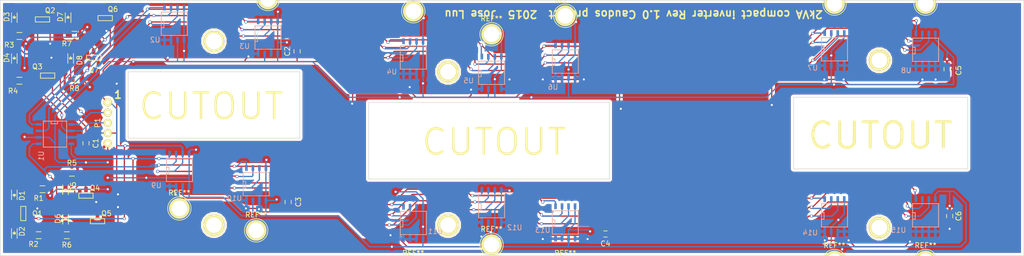
<source format=kicad_pcb>
(kicad_pcb (version 4) (host pcbnew "(2015-07-16 BZR 5955, Git 27eafcb)-product")
  (layers (0 F.Cu signal hide) (31 B.Cu signal hide) (34 B.Paste user) (35 F.Paste user) (36 B.SilkS user) (37 F.SilkS user) (38 B.Mask user) (39 F.Mask user) (44 Edge.Cuts user))
  (net 0 "")
  (net 1 VDD_3.3)
  (net 2 GND)
  (net 3 /SCL)
  (net 4 /SDA)
  (net 5 /SC1)
  (net 6 /SD1)
  (net 7 /SC0)
  (net 8 /SD0)
  (net 9 "Net-(D1-Pad1)")
  (net 10 "Net-(D2-Pad2)")
  (net 11 "Net-(D2-Pad1)")
  (net 12 OS)
  (net 13 "Net-(D3-Pad2)")
  (net 14 "Net-(D3-Pad1)")
  (net 15 "Net-(D4-Pad2)")
  (net 16 "Net-(D4-Pad1)")
  (net 17 "Net-(D5-Pad2)")
  (net 18 "Net-(D5-Pad1)")
  (net 19 "Net-(D6-Pad2)")
  (net 20 "Net-(D6-Pad1)")
  (net 21 "Net-(D7-Pad2)")
  (net 22 "Net-(D7-Pad1)")
  (net 23 "Net-(D8-Pad2)")
  (net 24 "Net-(D8-Pad1)")
  (module SMD_Packages:SOIC-8-N (layer B.Cu) (at 71.2 74.2 270)
    (fp_text reference U1 (at 4.3 2.7 270) (layer B.SilkS) (effects (justify mirror)))
    (fp_text value PCA9540B)
    (pad 8 smd rect (at -1.905 3.175 270) (size 0.508 1.143) (layers B.Cu B.Paste B.Mask) (net 5 /SC1))
    (pad 7 smd rect (at -0.635 3.175 270) (size 0.508 1.143) (layers B.Cu B.Paste B.Mask) (net 6 /SD1))
    (pad 6 smd rect (at 0.635 3.175 270) (size 0.508 1.143) (layers B.Cu B.Paste B.Mask) (net 2 GND))
    (pad 5 smd rect (at 1.905 3.175 270) (size 0.508 1.143) (layers B.Cu B.Paste B.Mask) (net 7 /SC0))
    (pad 4 smd rect (at 1.905 -3.175 270) (size 0.508 1.143) (layers B.Cu B.Paste B.Mask) (net 8 /SD0))
    (pad 3 smd rect (at 0.635 -3.175 270) (size 0.508 1.143) (layers B.Cu B.Paste B.Mask) (net 1 VDD_3.3))
    (pad 2 smd rect (at -0.635 -3.175 270) (size 0.508 1.143) (layers B.Cu B.Paste B.Mask) (net 4 /SDA))
    (pad 1 smd rect (at -1.905 -3.175 270) (size 0.508 1.143) (layers B.Cu B.Paste B.Mask) (net 3 /SCL))
  )
  (module SMD_Packages:SOIC-8-N (layer B.Cu) (at 94.5 52.6)
    (fp_text reference U2 (at -3.75 3.15) (layer B.SilkS) (effects (justify mirror)))
    (fp_text value LM75B)
    (pad 8 smd rect (at -1.905 3.175) (size 0.508 1.143) (layers B.Cu B.Paste B.Mask) (net 1 VDD_3.3))
    (pad 7 smd rect (at -0.635 3.175) (size 0.508 1.143) (layers B.Cu B.Paste B.Mask) (net 1 VDD_3.3))
    (pad 6 smd rect (at 0.635 3.175) (size 0.508 1.143) (layers B.Cu B.Paste B.Mask) (net 2 GND))
    (pad 5 smd rect (at 1.905 3.175) (size 0.508 1.143) (layers B.Cu B.Paste B.Mask) (net 2 GND))
    (pad 4 smd rect (at 1.905 -3.175) (size 0.508 1.143) (layers B.Cu B.Paste B.Mask) (net 2 GND))
    (pad 3 smd rect (at 0.635 -3.175) (size 0.508 1.143) (layers B.Cu B.Paste B.Mask) (net 12 OS))
    (pad 2 smd rect (at -0.635 -3.175) (size 0.508 1.143) (layers B.Cu B.Paste B.Mask) (net 5 /SC1))
    (pad 1 smd rect (at -1.905 -3.175) (size 0.508 1.143) (layers B.Cu B.Paste B.Mask) (net 6 /SD1))
  )
  (module Capacitors_SMD:C_0603 (layer F.Cu) (at 77.25 76 270)
    (fp_text reference C1 (at 0 -1.9 270) (layer F.SilkS))
    (fp_text value 100n hide)
    (pad 1 smd rect (at -0.75 0 270) (size 0.8 0.75) (layers F.Cu F.Paste F.Mask) (net 1 VDD_3.3))
    (pad 2 smd rect (at 0.75 0 270) (size 0.8 0.75) (layers F.Cu F.Paste F.Mask) (net 2 GND))
  )
  (module Capacitors_SMD:C_0603 (layer F.Cu) (at 118.5 58 90)
    (fp_text reference C2 (at 0 -1.9 90) (layer F.SilkS))
    (fp_text value 100n hide)
    (pad 1 smd rect (at -0.75 0 90) (size 0.8 0.75) (layers F.Cu F.Paste F.Mask) (net 1 VDD_3.3))
    (pad 2 smd rect (at 0.75 0 90) (size 0.8 0.75) (layers F.Cu F.Paste F.Mask) (net 2 GND))
  )
  (module Capacitors_SMD:C_0603 (layer F.Cu) (at 116.75 87.5 90)
    (fp_text reference C3 (at 0 2 90) (layer F.SilkS))
    (fp_text value 100n hide)
    (pad 1 smd rect (at -0.75 0 90) (size 0.8 0.75) (layers F.Cu F.Paste F.Mask) (net 1 VDD_3.3))
    (pad 2 smd rect (at 0.75 0 90) (size 0.8 0.75) (layers F.Cu F.Paste F.Mask) (net 2 GND))
  )
  (module Capacitors_SMD:C_0603 (layer F.Cu) (at 178.75 93.75 180)
    (fp_text reference C4 (at 0 -1.9 180) (layer F.SilkS))
    (fp_text value 100n hide)
    (pad 1 smd rect (at -0.75 0 180) (size 0.8 0.75) (layers F.Cu F.Paste F.Mask) (net 1 VDD_3.3))
    (pad 2 smd rect (at 0.75 0 180) (size 0.8 0.75) (layers F.Cu F.Paste F.Mask) (net 2 GND))
  )
  (module SMD_Packages:SOIC-8-N (layer B.Cu) (at 112.8 55.3)
    (fp_text reference U3 (at -4.55 1.7) (layer B.SilkS) (effects (justify mirror)))
    (fp_text value LM75B)
    (pad 8 smd rect (at -1.905 3.175) (size 0.508 1.143) (layers B.Cu B.Paste B.Mask) (net 1 VDD_3.3))
    (pad 7 smd rect (at -0.635 3.175) (size 0.508 1.143) (layers B.Cu B.Paste B.Mask) (net 2 GND))
    (pad 6 smd rect (at 0.635 3.175) (size 0.508 1.143) (layers B.Cu B.Paste B.Mask) (net 1 VDD_3.3))
    (pad 5 smd rect (at 1.905 3.175) (size 0.508 1.143) (layers B.Cu B.Paste B.Mask) (net 2 GND))
    (pad 4 smd rect (at 1.905 -3.175) (size 0.508 1.143) (layers B.Cu B.Paste B.Mask) (net 2 GND))
    (pad 3 smd rect (at 0.635 -3.175) (size 0.508 1.143) (layers B.Cu B.Paste B.Mask) (net 12 OS))
    (pad 2 smd rect (at -0.635 -3.175) (size 0.508 1.143) (layers B.Cu B.Paste B.Mask) (net 5 /SC1))
    (pad 1 smd rect (at -1.905 -3.175) (size 0.508 1.143) (layers B.Cu B.Paste B.Mask) (net 6 /SD1))
  )
  (module SMD_Packages:SOIC-8-N (layer B.Cu) (at 141.2 59.2)
    (fp_text reference U4 (at -4.2 2.8) (layer B.SilkS) (effects (justify mirror)))
    (fp_text value LM75B)
    (pad 8 smd rect (at -1.905 3.175) (size 0.508 1.143) (layers B.Cu B.Paste B.Mask) (net 1 VDD_3.3))
    (pad 7 smd rect (at -0.635 3.175) (size 0.508 1.143) (layers B.Cu B.Paste B.Mask) (net 1 VDD_3.3))
    (pad 6 smd rect (at 0.635 3.175) (size 0.508 1.143) (layers B.Cu B.Paste B.Mask) (net 1 VDD_3.3))
    (pad 5 smd rect (at 1.905 3.175) (size 0.508 1.143) (layers B.Cu B.Paste B.Mask) (net 2 GND))
    (pad 4 smd rect (at 1.905 -3.175) (size 0.508 1.143) (layers B.Cu B.Paste B.Mask) (net 2 GND))
    (pad 3 smd rect (at 0.635 -3.175) (size 0.508 1.143) (layers B.Cu B.Paste B.Mask) (net 12 OS))
    (pad 2 smd rect (at -0.635 -3.175) (size 0.508 1.143) (layers B.Cu B.Paste B.Mask) (net 5 /SC1))
    (pad 1 smd rect (at -1.905 -3.175) (size 0.508 1.143) (layers B.Cu B.Paste B.Mask) (net 6 /SD1))
  )
  (module SMD_Packages:SOIC-8-N (layer B.Cu) (at 156.5 62.2)
    (fp_text reference U5 (at -4.5 1.55) (layer B.SilkS) (effects (justify mirror)))
    (fp_text value LM75B)
    (pad 8 smd rect (at -1.905 3.175) (size 0.508 1.143) (layers B.Cu B.Paste B.Mask) (net 1 VDD_3.3))
    (pad 7 smd rect (at -0.635 3.175) (size 0.508 1.143) (layers B.Cu B.Paste B.Mask) (net 2 GND))
    (pad 6 smd rect (at 0.635 3.175) (size 0.508 1.143) (layers B.Cu B.Paste B.Mask) (net 2 GND))
    (pad 5 smd rect (at 1.905 3.175) (size 0.508 1.143) (layers B.Cu B.Paste B.Mask) (net 1 VDD_3.3))
    (pad 4 smd rect (at 1.905 -3.175) (size 0.508 1.143) (layers B.Cu B.Paste B.Mask) (net 2 GND))
    (pad 3 smd rect (at 0.635 -3.175) (size 0.508 1.143) (layers B.Cu B.Paste B.Mask) (net 12 OS))
    (pad 2 smd rect (at -0.635 -3.175) (size 0.508 1.143) (layers B.Cu B.Paste B.Mask) (net 5 /SC1))
    (pad 1 smd rect (at -1.905 -3.175) (size 0.508 1.143) (layers B.Cu B.Paste B.Mask) (net 6 /SD1))
  )
  (module SMD_Packages:SOIC-8-N (layer B.Cu) (at 170.9 60)
    (fp_text reference U6 (at -2.4 5) (layer B.SilkS) (effects (justify mirror)))
    (fp_text value LM75B)
    (pad 8 smd rect (at -1.905 3.175) (size 0.508 1.143) (layers B.Cu B.Paste B.Mask) (net 1 VDD_3.3))
    (pad 7 smd rect (at -0.635 3.175) (size 0.508 1.143) (layers B.Cu B.Paste B.Mask) (net 1 VDD_3.3))
    (pad 6 smd rect (at 0.635 3.175) (size 0.508 1.143) (layers B.Cu B.Paste B.Mask) (net 2 GND))
    (pad 5 smd rect (at 1.905 3.175) (size 0.508 1.143) (layers B.Cu B.Paste B.Mask) (net 1 VDD_3.3))
    (pad 4 smd rect (at 1.905 -3.175) (size 0.508 1.143) (layers B.Cu B.Paste B.Mask) (net 2 GND))
    (pad 3 smd rect (at 0.635 -3.175) (size 0.508 1.143) (layers B.Cu B.Paste B.Mask) (net 12 OS))
    (pad 2 smd rect (at -0.635 -3.175) (size 0.508 1.143) (layers B.Cu B.Paste B.Mask) (net 5 /SC1))
    (pad 1 smd rect (at -1.905 -3.175) (size 0.508 1.143) (layers B.Cu B.Paste B.Mask) (net 6 /SD1))
  )
  (module SMD_Packages:SOIC-8-N (layer B.Cu) (at 223.5 57.6)
    (fp_text reference U7 (at -4.25 3.65) (layer B.SilkS) (effects (justify mirror)))
    (fp_text value LM75B)
    (pad 8 smd rect (at -1.905 3.175) (size 0.508 1.143) (layers B.Cu B.Paste B.Mask) (net 1 VDD_3.3))
    (pad 7 smd rect (at -0.635 3.175) (size 0.508 1.143) (layers B.Cu B.Paste B.Mask) (net 2 GND))
    (pad 6 smd rect (at 0.635 3.175) (size 0.508 1.143) (layers B.Cu B.Paste B.Mask) (net 1 VDD_3.3))
    (pad 5 smd rect (at 1.905 3.175) (size 0.508 1.143) (layers B.Cu B.Paste B.Mask) (net 1 VDD_3.3))
    (pad 4 smd rect (at 1.905 -3.175) (size 0.508 1.143) (layers B.Cu B.Paste B.Mask) (net 2 GND))
    (pad 3 smd rect (at 0.635 -3.175) (size 0.508 1.143) (layers B.Cu B.Paste B.Mask) (net 12 OS))
    (pad 2 smd rect (at -0.635 -3.175) (size 0.508 1.143) (layers B.Cu B.Paste B.Mask) (net 5 /SC1))
    (pad 1 smd rect (at -1.905 -3.175) (size 0.508 1.143) (layers B.Cu B.Paste B.Mask) (net 6 /SD1))
  )
  (module SMD_Packages:SOIC-8-N (layer B.Cu) (at 241.3 57.7)
    (fp_text reference U8 (at -3.8 4.05) (layer B.SilkS) (effects (justify mirror)))
    (fp_text value LM75B)
    (pad 8 smd rect (at -1.905 3.175) (size 0.508 1.143) (layers B.Cu B.Paste B.Mask) (net 1 VDD_3.3))
    (pad 7 smd rect (at -0.635 3.175) (size 0.508 1.143) (layers B.Cu B.Paste B.Mask) (net 1 VDD_3.3))
    (pad 6 smd rect (at 0.635 3.175) (size 0.508 1.143) (layers B.Cu B.Paste B.Mask) (net 1 VDD_3.3))
    (pad 5 smd rect (at 1.905 3.175) (size 0.508 1.143) (layers B.Cu B.Paste B.Mask) (net 1 VDD_3.3))
    (pad 4 smd rect (at 1.905 -3.175) (size 0.508 1.143) (layers B.Cu B.Paste B.Mask) (net 2 GND))
    (pad 3 smd rect (at 0.635 -3.175) (size 0.508 1.143) (layers B.Cu B.Paste B.Mask) (net 12 OS))
    (pad 2 smd rect (at -0.635 -3.175) (size 0.508 1.143) (layers B.Cu B.Paste B.Mask) (net 5 /SC1))
    (pad 1 smd rect (at -1.905 -3.175) (size 0.508 1.143) (layers B.Cu B.Paste B.Mask) (net 6 /SD1))
  )
  (module Capacitors_SMD:C_0603 (layer F.Cu) (at 245.5 61.5 90)
    (fp_text reference C5 (at -0.25 2.25 90) (layer F.SilkS))
    (fp_text value 100n hide)
    (pad 1 smd rect (at -0.75 0 90) (size 0.8 0.75) (layers F.Cu F.Paste F.Mask) (net 1 VDD_3.3))
    (pad 2 smd rect (at 0.75 0 90) (size 0.8 0.75) (layers F.Cu F.Paste F.Mask) (net 2 GND))
  )
  (module Capacitors_SMD:C_0603 (layer F.Cu) (at 246 90.25 90)
    (fp_text reference C6 (at 0 1.75 90) (layer F.SilkS))
    (fp_text value 100n hide)
    (pad 1 smd rect (at -0.75 0 90) (size 0.8 0.75) (layers F.Cu F.Paste F.Mask) (net 1 VDD_3.3))
    (pad 2 smd rect (at 0.75 0 90) (size 0.8 0.75) (layers F.Cu F.Paste F.Mask) (net 2 GND))
  )
  (module SMD_Packages:SOIC-8-N (layer B.Cu) (at 95.5 81.2)
    (fp_text reference U9 (at -4.5 3.05) (layer B.SilkS) (effects (justify mirror)))
    (fp_text value LM75B)
    (pad 8 smd rect (at -1.905 3.175) (size 0.508 1.143) (layers B.Cu B.Paste B.Mask) (net 1 VDD_3.3))
    (pad 7 smd rect (at -0.635 3.175) (size 0.508 1.143) (layers B.Cu B.Paste B.Mask) (net 1 VDD_3.3))
    (pad 6 smd rect (at 0.635 3.175) (size 0.508 1.143) (layers B.Cu B.Paste B.Mask) (net 2 GND))
    (pad 5 smd rect (at 1.905 3.175) (size 0.508 1.143) (layers B.Cu B.Paste B.Mask) (net 2 GND))
    (pad 4 smd rect (at 1.905 -3.175) (size 0.508 1.143) (layers B.Cu B.Paste B.Mask) (net 2 GND))
    (pad 3 smd rect (at 0.635 -3.175) (size 0.508 1.143) (layers B.Cu B.Paste B.Mask) (net 12 OS))
    (pad 2 smd rect (at -0.635 -3.175) (size 0.508 1.143) (layers B.Cu B.Paste B.Mask) (net 7 /SC0))
    (pad 1 smd rect (at -1.905 -3.175) (size 0.508 1.143) (layers B.Cu B.Paste B.Mask) (net 8 /SD0))
  )
  (module SMD_Packages:SOIC-8-N (layer B.Cu) (at 110.5 84)
    (fp_text reference U10 (at -4.25 2.75) (layer B.SilkS) (effects (justify mirror)))
    (fp_text value LM75B)
    (pad 8 smd rect (at -1.905 3.175) (size 0.508 1.143) (layers B.Cu B.Paste B.Mask) (net 1 VDD_3.3))
    (pad 7 smd rect (at -0.635 3.175) (size 0.508 1.143) (layers B.Cu B.Paste B.Mask) (net 2 GND))
    (pad 6 smd rect (at 0.635 3.175) (size 0.508 1.143) (layers B.Cu B.Paste B.Mask) (net 1 VDD_3.3))
    (pad 5 smd rect (at 1.905 3.175) (size 0.508 1.143) (layers B.Cu B.Paste B.Mask) (net 2 GND))
    (pad 4 smd rect (at 1.905 -3.175) (size 0.508 1.143) (layers B.Cu B.Paste B.Mask) (net 2 GND))
    (pad 3 smd rect (at 0.635 -3.175) (size 0.508 1.143) (layers B.Cu B.Paste B.Mask) (net 12 OS))
    (pad 2 smd rect (at -0.635 -3.175) (size 0.508 1.143) (layers B.Cu B.Paste B.Mask) (net 7 /SC0))
    (pad 1 smd rect (at -1.905 -3.175) (size 0.508 1.143) (layers B.Cu B.Paste B.Mask) (net 8 /SD0))
  )
  (module SMD_Packages:SOIC-8-N (layer B.Cu) (at 141.2 91.6)
    (fp_text reference U11 (at 4.3 1.65) (layer B.SilkS) (effects (justify mirror)))
    (fp_text value LM75B)
    (pad 8 smd rect (at -1.905 3.175) (size 0.508 1.143) (layers B.Cu B.Paste B.Mask) (net 1 VDD_3.3))
    (pad 7 smd rect (at -0.635 3.175) (size 0.508 1.143) (layers B.Cu B.Paste B.Mask) (net 1 VDD_3.3))
    (pad 6 smd rect (at 0.635 3.175) (size 0.508 1.143) (layers B.Cu B.Paste B.Mask) (net 1 VDD_3.3))
    (pad 5 smd rect (at 1.905 3.175) (size 0.508 1.143) (layers B.Cu B.Paste B.Mask) (net 2 GND))
    (pad 4 smd rect (at 1.905 -3.175) (size 0.508 1.143) (layers B.Cu B.Paste B.Mask) (net 2 GND))
    (pad 3 smd rect (at 0.635 -3.175) (size 0.508 1.143) (layers B.Cu B.Paste B.Mask) (net 12 OS))
    (pad 2 smd rect (at -0.635 -3.175) (size 0.508 1.143) (layers B.Cu B.Paste B.Mask) (net 7 /SC0))
    (pad 1 smd rect (at -1.905 -3.175) (size 0.508 1.143) (layers B.Cu B.Paste B.Mask) (net 8 /SD0))
  )
  (module SMD_Packages:SOIC-8-N (layer B.Cu) (at 156.5 88.3)
    (fp_text reference U12 (at 4.5 4.2) (layer B.SilkS) (effects (justify mirror)))
    (fp_text value LM75B)
    (pad 8 smd rect (at -1.905 3.175) (size 0.508 1.143) (layers B.Cu B.Paste B.Mask) (net 1 VDD_3.3))
    (pad 7 smd rect (at -0.635 3.175) (size 0.508 1.143) (layers B.Cu B.Paste B.Mask) (net 2 GND))
    (pad 6 smd rect (at 0.635 3.175) (size 0.508 1.143) (layers B.Cu B.Paste B.Mask) (net 2 GND))
    (pad 5 smd rect (at 1.905 3.175) (size 0.508 1.143) (layers B.Cu B.Paste B.Mask) (net 1 VDD_3.3))
    (pad 4 smd rect (at 1.905 -3.175) (size 0.508 1.143) (layers B.Cu B.Paste B.Mask) (net 2 GND))
    (pad 3 smd rect (at 0.635 -3.175) (size 0.508 1.143) (layers B.Cu B.Paste B.Mask) (net 12 OS))
    (pad 2 smd rect (at -0.635 -3.175) (size 0.508 1.143) (layers B.Cu B.Paste B.Mask) (net 7 /SC0))
    (pad 1 smd rect (at -1.905 -3.175) (size 0.508 1.143) (layers B.Cu B.Paste B.Mask) (net 8 /SD0))
  )
  (module SMD_Packages:SOIC-8-N (layer B.Cu) (at 170.9 91.5)
    (fp_text reference U13 (at -4.4 1.5) (layer B.SilkS) (effects (justify mirror)))
    (fp_text value LM75B)
    (pad 8 smd rect (at -1.905 3.175) (size 0.508 1.143) (layers B.Cu B.Paste B.Mask) (net 1 VDD_3.3))
    (pad 7 smd rect (at -0.635 3.175) (size 0.508 1.143) (layers B.Cu B.Paste B.Mask) (net 1 VDD_3.3))
    (pad 6 smd rect (at 0.635 3.175) (size 0.508 1.143) (layers B.Cu B.Paste B.Mask) (net 2 GND))
    (pad 5 smd rect (at 1.905 3.175) (size 0.508 1.143) (layers B.Cu B.Paste B.Mask) (net 1 VDD_3.3))
    (pad 4 smd rect (at 1.905 -3.175) (size 0.508 1.143) (layers B.Cu B.Paste B.Mask) (net 2 GND))
    (pad 3 smd rect (at 0.635 -3.175) (size 0.508 1.143) (layers B.Cu B.Paste B.Mask) (net 12 OS))
    (pad 2 smd rect (at -0.635 -3.175) (size 0.508 1.143) (layers B.Cu B.Paste B.Mask) (net 7 /SC0))
    (pad 1 smd rect (at -1.905 -3.175) (size 0.508 1.143) (layers B.Cu B.Paste B.Mask) (net 8 /SD0))
  )
  (module SMD_Packages:SOIC-8-N (layer B.Cu) (at 223.5 90.1)
    (fp_text reference U14 (at -4.75 3.4) (layer B.SilkS) (effects (justify mirror)))
    (fp_text value LM75B)
    (pad 8 smd rect (at -1.905 3.175) (size 0.508 1.143) (layers B.Cu B.Paste B.Mask) (net 1 VDD_3.3))
    (pad 7 smd rect (at -0.635 3.175) (size 0.508 1.143) (layers B.Cu B.Paste B.Mask) (net 2 GND))
    (pad 6 smd rect (at 0.635 3.175) (size 0.508 1.143) (layers B.Cu B.Paste B.Mask) (net 1 VDD_3.3))
    (pad 5 smd rect (at 1.905 3.175) (size 0.508 1.143) (layers B.Cu B.Paste B.Mask) (net 1 VDD_3.3))
    (pad 4 smd rect (at 1.905 -3.175) (size 0.508 1.143) (layers B.Cu B.Paste B.Mask) (net 2 GND))
    (pad 3 smd rect (at 0.635 -3.175) (size 0.508 1.143) (layers B.Cu B.Paste B.Mask) (net 12 OS))
    (pad 2 smd rect (at -0.635 -3.175) (size 0.508 1.143) (layers B.Cu B.Paste B.Mask) (net 7 /SC0))
    (pad 1 smd rect (at -1.905 -3.175) (size 0.508 1.143) (layers B.Cu B.Paste B.Mask) (net 8 /SD0))
  )
  (module SMD_Packages:SOIC-8-N (layer B.Cu) (at 241.3 90.1)
    (fp_text reference U15 (at -5.3 2.9) (layer B.SilkS) (effects (justify mirror)))
    (fp_text value LM75B)
    (pad 8 smd rect (at -1.905 3.175) (size 0.508 1.143) (layers B.Cu B.Paste B.Mask) (net 1 VDD_3.3))
    (pad 7 smd rect (at -0.635 3.175) (size 0.508 1.143) (layers B.Cu B.Paste B.Mask) (net 1 VDD_3.3))
    (pad 6 smd rect (at 0.635 3.175) (size 0.508 1.143) (layers B.Cu B.Paste B.Mask) (net 1 VDD_3.3))
    (pad 5 smd rect (at 1.905 3.175) (size 0.508 1.143) (layers B.Cu B.Paste B.Mask) (net 1 VDD_3.3))
    (pad 4 smd rect (at 1.905 -3.175) (size 0.508 1.143) (layers B.Cu B.Paste B.Mask) (net 2 GND))
    (pad 3 smd rect (at 0.635 -3.175) (size 0.508 1.143) (layers B.Cu B.Paste B.Mask) (net 12 OS))
    (pad 2 smd rect (at -0.635 -3.175) (size 0.508 1.143) (layers B.Cu B.Paste B.Mask) (net 7 /SC0))
    (pad 1 smd rect (at -1.905 -3.175) (size 0.508 1.143) (layers B.Cu B.Paste B.Mask) (net 8 /SD0))
  )
  (module inverter:pin_1x5_metric (layer F.Cu) (at 81.5 72 270)
    (fp_text reference P1 (at 0 2 270) (layer F.SilkS))
    (fp_text value CONN_01X05 hide)
    (pad 1 thru_hole circle (at -4 0 270) (size 1.6 1.6) (drill 0.8) (layers *.Cu *.Mask F.SilkS) (net 12 OS))
    (pad 2 thru_hole circle (at -2 0 270) (size 1.6 1.6) (drill 0.8) (layers *.Cu *.Mask F.SilkS) (net 3 /SCL))
    (pad 3 thru_hole circle (at 0 0 270) (size 1.6 1.6) (drill 0.8) (layers *.Cu *.Mask F.SilkS) (net 4 /SDA))
    (pad 4 thru_hole circle (at 2 0 270) (size 1.6 1.6) (drill 0.8) (layers *.Cu *.Mask F.SilkS) (net 1 VDD_3.3))
    (pad 5 thru_hole circle (at 4 0 270) (size 1.6 1.6) (drill 0.8) (layers *.Cu *.Mask F.SilkS) (net 2 GND))
  )
  (module LEDs:LED-0603 (layer F.Cu) (at 63.25 86.25 270)
    (fp_text reference D1 (at 0 -1.5 270) (layer F.SilkS))
    (fp_text value LED hide)
    (pad 2 smd rect (at 0.7493 0 90) (size 0.79756 0.79756) (layers F.Cu F.Paste F.Mask) (net 1 VDD_3.3))
    (pad 1 smd rect (at -0.7493 0 90) (size 0.79756 0.79756) (layers F.Cu F.Paste F.Mask) (net 9 "Net-(D1-Pad1)"))
  )
  (module LEDs:LED-0603 (layer F.Cu) (at 63.25 93.5 90)
    (fp_text reference D2 (at 0.25 1.5 90) (layer F.SilkS))
    (fp_text value LED hide)
    (pad 2 smd rect (at 0.7493 0 270) (size 0.79756 0.79756) (layers F.Cu F.Paste F.Mask) (net 10 "Net-(D2-Pad2)"))
    (pad 1 smd rect (at -0.7493 0 270) (size 0.79756 0.79756) (layers F.Cu F.Paste F.Mask) (net 11 "Net-(D2-Pad1)"))
  )
  (module Resistors_SMD:R_0603 (layer F.Cu) (at 68.75 85)
    (fp_text reference R1 (at -0.75 1.75) (layer F.SilkS))
    (fp_text value 510 hide)
    (pad 1 smd rect (at -0.75 0) (size 0.5 0.9) (layers F.Cu F.Paste F.Mask) (net 9 "Net-(D1-Pad1)"))
    (pad 2 smd rect (at 0.75 0) (size 0.5 0.9) (layers F.Cu F.Paste F.Mask) (net 2 GND))
  )
  (module Resistors_SMD:R_0603_HandSoldering (layer F.Cu) (at 68 94)
    (fp_text reference R2 (at -1 1.75) (layer F.SilkS))
    (fp_text value 510 hide)
    (pad 1 smd rect (at -1.1 0) (size 1.2 0.9) (layers F.Cu F.Paste F.Mask) (net 11 "Net-(D2-Pad1)"))
    (pad 2 smd rect (at 1.1 0) (size 1.2 0.9) (layers F.Cu F.Paste F.Mask) (net 2 GND))
  )
  (module inverter:SOT-23 (layer F.Cu) (at 65 89.75 90)
    (fp_text reference Q1 (at 0 2.75 180) (layer F.SilkS))
    (fp_text value CJ2305 hide)
    (pad 1 smd rect (at -0.95 1.2 90) (size 0.7 1) (layers F.Cu F.Paste F.Mask) (net 12 OS))
    (pad 3 smd rect (at 0.95 1.2 90) (size 0.7 1) (layers F.Cu F.Paste F.Mask) (net 1 VDD_3.3))
    (pad 2 smd rect (at 0 -1.2 90) (size 0.7 1) (layers F.Cu F.Paste F.Mask) (net 10 "Net-(D2-Pad2)"))
  )
  (module LEDs:LED-0603 (layer F.Cu) (at 63.25 51.25 90)
    (fp_text reference D3 (at 0 -1.5 90) (layer F.SilkS))
    (fp_text value LED hide)
    (pad 2 smd rect (at 0.7493 0 270) (size 0.79756 0.79756) (layers F.Cu F.Paste F.Mask) (net 13 "Net-(D3-Pad2)"))
    (pad 1 smd rect (at -0.7493 0 270) (size 0.79756 0.79756) (layers F.Cu F.Paste F.Mask) (net 14 "Net-(D3-Pad1)"))
  )
  (module LEDs:LED-0603 (layer F.Cu) (at 63.25 59.25 90)
    (fp_text reference D4 (at 0 -1.5 90) (layer F.SilkS))
    (fp_text value LED hide)
    (pad 2 smd rect (at 0.7493 0 270) (size 0.79756 0.79756) (layers F.Cu F.Paste F.Mask) (net 15 "Net-(D4-Pad2)"))
    (pad 1 smd rect (at -0.7493 0 270) (size 0.79756 0.79756) (layers F.Cu F.Paste F.Mask) (net 16 "Net-(D4-Pad1)"))
  )
  (module LEDs:LED-0603 (layer F.Cu) (at 73.25 85.25 270)
    (fp_text reference D5 (at -0.75 -1.5 270) (layer F.SilkS))
    (fp_text value LED hide)
    (pad 2 smd rect (at 0.7493 0 90) (size 0.79756 0.79756) (layers F.Cu F.Paste F.Mask) (net 17 "Net-(D5-Pad2)"))
    (pad 1 smd rect (at -0.7493 0 90) (size 0.79756 0.79756) (layers F.Cu F.Paste F.Mask) (net 18 "Net-(D5-Pad1)"))
  )
  (module LEDs:LED-0603 (layer F.Cu) (at 73.25 90.75 90)
    (fp_text reference D6 (at 0 -1.5 90) (layer F.SilkS))
    (fp_text value LED hide)
    (pad 2 smd rect (at 0.7493 0 270) (size 0.79756 0.79756) (layers F.Cu F.Paste F.Mask) (net 19 "Net-(D6-Pad2)"))
    (pad 1 smd rect (at -0.7493 0 270) (size 0.79756 0.79756) (layers F.Cu F.Paste F.Mask) (net 20 "Net-(D6-Pad1)"))
  )
  (module LEDs:LED-0603 (layer F.Cu) (at 73.75 51.25 90)
    (fp_text reference D7 (at 0 -1.5 90) (layer F.SilkS))
    (fp_text value LED hide)
    (pad 2 smd rect (at 0.7493 0 270) (size 0.79756 0.79756) (layers F.Cu F.Paste F.Mask) (net 21 "Net-(D7-Pad2)"))
    (pad 1 smd rect (at -0.7493 0 270) (size 0.79756 0.79756) (layers F.Cu F.Paste F.Mask) (net 22 "Net-(D7-Pad1)"))
  )
  (module LEDs:LED-0603 (layer F.Cu) (at 74.25 59.25 90)
    (fp_text reference D8 (at -0.5 1.75 270) (layer F.SilkS))
    (fp_text value LED hide)
    (pad 2 smd rect (at 0.7493 0 270) (size 0.79756 0.79756) (layers F.Cu F.Paste F.Mask) (net 23 "Net-(D8-Pad2)"))
    (pad 1 smd rect (at -0.7493 0 270) (size 0.79756 0.79756) (layers F.Cu F.Paste F.Mask) (net 24 "Net-(D8-Pad1)"))
  )
  (module inverter:SOT-23 (layer F.Cu) (at 68.75 51.75)
    (fp_text reference Q2 (at 1.5 -1.75) (layer F.SilkS))
    (fp_text value CJ2305 hide)
    (pad 1 smd rect (at -0.95 1.2) (size 0.7 1) (layers F.Cu F.Paste F.Mask) (net 3 /SCL))
    (pad 3 smd rect (at 0.95 1.2) (size 0.7 1) (layers F.Cu F.Paste F.Mask) (net 1 VDD_3.3))
    (pad 2 smd rect (at 0 -1.2) (size 0.7 1) (layers F.Cu F.Paste F.Mask) (net 13 "Net-(D3-Pad2)"))
  )
  (module inverter:SOT-23 (layer F.Cu) (at 69.75 62.75)
    (fp_text reference Q3 (at -2 -1.75) (layer F.SilkS))
    (fp_text value CJ2305 hide)
    (pad 1 smd rect (at -0.95 1.2) (size 0.7 1) (layers F.Cu F.Paste F.Mask) (net 4 /SDA))
    (pad 3 smd rect (at 0.95 1.2) (size 0.7 1) (layers F.Cu F.Paste F.Mask) (net 1 VDD_3.3))
    (pad 2 smd rect (at 0 -1.2) (size 0.7 1) (layers F.Cu F.Paste F.Mask) (net 15 "Net-(D4-Pad2)"))
  )
  (module inverter:SOT-23 (layer F.Cu) (at 77.25 86.25)
    (fp_text reference Q4 (at 1.75 -1.5) (layer F.SilkS))
    (fp_text value CJ2305 hide)
    (pad 1 smd rect (at -0.95 1.2) (size 0.7 1) (layers F.Cu F.Paste F.Mask) (net 7 /SC0))
    (pad 3 smd rect (at 0.95 1.2) (size 0.7 1) (layers F.Cu F.Paste F.Mask) (net 1 VDD_3.3))
    (pad 2 smd rect (at 0 -1.2) (size 0.7 1) (layers F.Cu F.Paste F.Mask) (net 17 "Net-(D5-Pad2)"))
  )
  (module inverter:SOT-23 (layer F.Cu) (at 79.5 91.25)
    (fp_text reference Q5 (at 1.75 -1.5) (layer F.SilkS))
    (fp_text value CJ2305 hide)
    (pad 1 smd rect (at -0.95 1.2) (size 0.7 1) (layers F.Cu F.Paste F.Mask) (net 8 /SD0))
    (pad 3 smd rect (at 0.95 1.2) (size 0.7 1) (layers F.Cu F.Paste F.Mask) (net 1 VDD_3.3))
    (pad 2 smd rect (at 0 -1.2) (size 0.7 1) (layers F.Cu F.Paste F.Mask) (net 19 "Net-(D6-Pad2)"))
  )
  (module inverter:SOT-23 (layer F.Cu) (at 81 51.5)
    (fp_text reference Q6 (at 1.5 -1.75) (layer F.SilkS))
    (fp_text value CJ2305 hide)
    (pad 1 smd rect (at -0.95 1.2) (size 0.7 1) (layers F.Cu F.Paste F.Mask) (net 5 /SC1))
    (pad 3 smd rect (at 0.95 1.2) (size 0.7 1) (layers F.Cu F.Paste F.Mask) (net 1 VDD_3.3))
    (pad 2 smd rect (at 0 -1.2) (size 0.7 1) (layers F.Cu F.Paste F.Mask) (net 21 "Net-(D7-Pad2)"))
  )
  (module inverter:SOT-23 (layer F.Cu) (at 78.75 59.25)
    (fp_text reference Q7 (at 0 2.4) (layer F.SilkS))
    (fp_text value CJ2305 hide)
    (pad 1 smd rect (at -0.95 1.2) (size 0.7 1) (layers F.Cu F.Paste F.Mask) (net 6 /SD1))
    (pad 3 smd rect (at 0.95 1.2) (size 0.7 1) (layers F.Cu F.Paste F.Mask) (net 1 VDD_3.3))
    (pad 2 smd rect (at 0 -1.2) (size 0.7 1) (layers F.Cu F.Paste F.Mask) (net 23 "Net-(D8-Pad2)"))
  )
  (module Resistors_SMD:R_0603_HandSoldering (layer F.Cu) (at 64.25 55)
    (fp_text reference R3 (at -2 1.75) (layer F.SilkS))
    (fp_text value 510 hide)
    (pad 1 smd rect (at -1.1 0) (size 1.2 0.9) (layers F.Cu F.Paste F.Mask) (net 14 "Net-(D3-Pad1)"))
    (pad 2 smd rect (at 1.1 0) (size 1.2 0.9) (layers F.Cu F.Paste F.Mask) (net 2 GND))
  )
  (module Resistors_SMD:R_0603_HandSoldering (layer F.Cu) (at 64.25 63.75)
    (fp_text reference R4 (at -1.25 2) (layer F.SilkS))
    (fp_text value 510 hide)
    (pad 1 smd rect (at -1.1 0) (size 1.2 0.9) (layers F.Cu F.Paste F.Mask) (net 16 "Net-(D4-Pad1)"))
    (pad 2 smd rect (at 1.1 0) (size 1.2 0.9) (layers F.Cu F.Paste F.Mask) (net 2 GND))
  )
  (module Resistors_SMD:R_0603_HandSoldering (layer F.Cu) (at 74.5 81.75)
    (fp_text reference R5 (at 0 -1.9) (layer F.SilkS))
    (fp_text value 510 hide)
    (pad 1 smd rect (at -1.1 0) (size 1.2 0.9) (layers F.Cu F.Paste F.Mask) (net 18 "Net-(D5-Pad1)"))
    (pad 2 smd rect (at 1.1 0) (size 1.2 0.9) (layers F.Cu F.Paste F.Mask) (net 2 GND))
  )
  (module Resistors_SMD:R_0603_HandSoldering (layer F.Cu) (at 73.5 94 180)
    (fp_text reference R6 (at 0 -1.9 180) (layer F.SilkS))
    (fp_text value 510 hide)
    (pad 1 smd rect (at -1.1 0 180) (size 1.2 0.9) (layers F.Cu F.Paste F.Mask) (net 20 "Net-(D6-Pad1)"))
    (pad 2 smd rect (at 1.1 0 180) (size 1.2 0.9) (layers F.Cu F.Paste F.Mask) (net 2 GND))
  )
  (module Resistors_SMD:R_0603_HandSoldering (layer F.Cu) (at 75 54.75)
    (fp_text reference R7 (at -1.5 1.75) (layer F.SilkS))
    (fp_text value 510 hide)
    (pad 1 smd rect (at -1.1 0) (size 1.2 0.9) (layers F.Cu F.Paste F.Mask) (net 22 "Net-(D7-Pad1)"))
    (pad 2 smd rect (at 1.1 0) (size 1.2 0.9) (layers F.Cu F.Paste F.Mask) (net 2 GND))
  )
  (module Resistors_SMD:R_0603_HandSoldering (layer F.Cu) (at 75.5 63.5)
    (fp_text reference R8 (at -0.5 1.75) (layer F.SilkS))
    (fp_text value 510 hide)
    (pad 1 smd rect (at -1.1 0) (size 1.2 0.9) (layers F.Cu F.Paste F.Mask) (net 24 "Net-(D8-Pad1)"))
    (pad 2 smd rect (at 1.1 0) (size 1.2 0.9) (layers F.Cu F.Paste F.Mask) (net 2 GND))
  )
  (module Connect:1pin (layer F.Cu) (at 102.25 56)
    (fp_text reference REF** hide)
    (fp_text value 1pin hide)
    (pad 1 thru_hole circle (at 0 0) (size 4 4) (drill 3.2) (layers *.Cu *.Mask F.SilkS))
  )
  (module Connect:1pin (layer F.Cu) (at 102.25 92)
    (fp_text reference REF** hide)
    (fp_text value 1pin hide)
    (pad 1 thru_hole circle (at 0 0) (size 4.064 4.064) (drill 3.048) (layers *.Cu *.Mask F.SilkS))
  )
  (module Connect:1pin (layer F.Cu) (at 148 92)
    (fp_text reference REF** hide)
    (fp_text value 1pin hide)
    (pad 1 thru_hole circle (at 0 0) (size 4.064 4.064) (drill 3.048) (layers *.Cu *.Mask F.SilkS))
  )
  (module Connect:1pin (layer F.Cu) (at 232.25 92.5)
    (fp_text reference REF** hide)
    (fp_text value 1pin hide)
    (pad 1 thru_hole circle (at 0 0) (size 4.064 4.064) (drill 3.048) (layers *.Cu *.Mask F.SilkS))
  )
  (module Connect:1pin (layer F.Cu) (at 232.25 59.75)
    (fp_text reference REF** hide)
    (fp_text value 1pin hide)
    (pad 1 thru_hole circle (at 0 0) (size 4.064 4.064) (drill 3.048) (layers *.Cu *.Mask F.SilkS))
  )
  (module Connect:1pin (layer F.Cu) (at 148 62)
    (fp_text reference REF** hide)
    (fp_text value 1pin hide)
    (pad 1 thru_hole circle (at 0 0) (size 4.064 4.064) (drill 3.048) (layers *.Cu *.Mask F.SilkS))
  )
  (module Connect:1pin (layer F.Cu) (at 110.5 93.05)
    (fp_text reference REF** (at 0 -3.048) (layer F.SilkS))
    (fp_text value 1pin)
    (pad 1 thru_hole circle (at 0 0) (size 4.064 4.064) (drill 3.048) (layers *.Cu *.Mask F.SilkS))
  )
  (module Connect:1pin (layer F.Cu) (at 94.5 43.55)
    (fp_text reference REF** (at 0 -3.048) (layer F.SilkS))
    (fp_text value 1pin)
    (pad 1 thru_hole circle (at 0 0) (size 4.064 4.064) (drill 3.048) (layers *.Cu *.Mask F.SilkS))
  )
  (module Connect:1pin (layer F.Cu) (at 141.2 100.55)
    (fp_text reference REF** (at 0 -3.048) (layer F.SilkS))
    (fp_text value 1pin)
    (pad 1 thru_hole circle (at 0 0) (size 4.064 4.064) (drill 3.048) (layers *.Cu *.Mask F.SilkS))
  )
  (module Connect:1pin (layer F.Cu) (at 141.2 50.15)
    (fp_text reference REF** (at 0 -3.048) (layer F.SilkS))
    (fp_text value 1pin)
    (pad 1 thru_hole circle (at 0 0) (size 4.064 4.064) (drill 3.048) (layers *.Cu *.Mask F.SilkS))
  )
  (module Connect:1pin (layer F.Cu) (at 170.9 100.55)
    (fp_text reference REF** (at 0 -3.048) (layer F.SilkS))
    (fp_text value 1pin)
    (pad 1 thru_hole circle (at 0 0) (size 4.064 4.064) (drill 3.048) (layers *.Cu *.Mask F.SilkS))
  )
  (module Connect:1pin (layer F.Cu) (at 170.9 51.05)
    (fp_text reference REF** (at 0 -3.048) (layer F.SilkS))
    (fp_text value 1pin)
    (pad 1 thru_hole circle (at 0 0) (size 4.064 4.064) (drill 3.048) (layers *.Cu *.Mask F.SilkS))
  )
  (module Connect:1pin (layer F.Cu) (at 223.5 48.65)
    (fp_text reference REF** (at 0 -3.048) (layer F.SilkS))
    (fp_text value 1pin)
    (pad 1 thru_hole circle (at 0 0) (size 4.064 4.064) (drill 3.048) (layers *.Cu *.Mask F.SilkS))
  )
  (module Connect:1pin (layer F.Cu) (at 223.5 99.05)
    (fp_text reference REF** (at 0 -3.048) (layer F.SilkS))
    (fp_text value 1pin)
    (pad 1 thru_hole circle (at 0 0) (size 4.064 4.064) (drill 3.048) (layers *.Cu *.Mask F.SilkS))
  )
  (module Connect:1pin (layer F.Cu) (at 241.3 48.65)
    (fp_text reference REF** (at 0 -3.048) (layer F.SilkS))
    (fp_text value 1pin)
    (pad 1 thru_hole circle (at 0 0) (size 4.064 4.064) (drill 3.048) (layers *.Cu *.Mask F.SilkS))
  )
  (module Connect:1pin (layer F.Cu) (at 241.3 99.05)
    (fp_text reference REF** (at 0 -3.048) (layer F.SilkS))
    (fp_text value 1pin)
    (pad 1 thru_hole circle (at 0 0) (size 4.064 4.064) (drill 3.048) (layers *.Cu *.Mask F.SilkS))
  )
  (module Connect:1pin (layer F.Cu) (at 95.5 88.75)
    (fp_text reference REF** (at 0 -3.048) (layer F.SilkS))
    (fp_text value 1pin)
    (pad 1 thru_hole circle (at 0 0) (size 4.064 4.064) (drill 3.048) (layers *.Cu *.Mask F.SilkS))
  )
  (module Connect:1pin (layer F.Cu) (at 112.8 47.75)
    (fp_text reference REF** (at 0 -3.048) (layer F.SilkS))
    (fp_text value 1pin)
    (pad 1 thru_hole circle (at 0 0) (size 4.064 4.064) (drill 3.048) (layers *.Cu *.Mask F.SilkS))
  )
  (module Connect:1pin (layer F.Cu) (at 156.5 95.85)
    (fp_text reference REF** (at 0 -3.048) (layer F.SilkS))
    (fp_text value 1pin)
    (pad 1 thru_hole circle (at 0 0) (size 4.064 4.064) (drill 3.048) (layers *.Cu *.Mask F.SilkS))
  )
  (module Connect:1pin (layer F.Cu) (at 156.5 54.65)
    (fp_text reference REF** (at 0 -3.048) (layer F.SilkS))
    (fp_text value 1pin)
    (pad 1 thru_hole circle (at 0 0) (size 4.064 4.064) (drill 3.048) (layers *.Cu *.Mask F.SilkS))
  )
  (gr_text 1 (at 83.5 66.5) (layer F.SilkS) (effects (font (size 1.5 1.5) (thickness 0.3))))
  (gr_text "2kVA compact inverter Rev 1.0 Caudos project  2015  Jose Luu" (at 184.25 50.75 180) (layer F.SilkS) (effects (font (size 1.5 1.5) (thickness 0.3))))
  (gr_line (start 260.5 48) (end 260.5 98) (angle 90) (layer Edge.Cuts) (width 0.1))
  (gr_line (start 60.5 48) (end 60.5 98) (angle 90) (layer Edge.Cuts) (width 0.1))
  (gr_line (start 60.5 98) (end 260.5 98) (layer Edge.Cuts) (width 0.1))
  (gr_line (start 60.5 48) (end 260.5 48) (layer Edge.Cuts) (width 0.1))
  (gr_text CUTOUT (at 232.5 74.5) (layer F.SilkS) (effects (font (size 5 5) (thickness 0.6))))
  (gr_text "CUTOUT\n" (at 157 75.75) (layer F.SilkS) (effects (font (size 5 5) (thickness 0.5))))
  (gr_line (start 215.5 81) (end 215.5 67) (layer Edge.Cuts) (width 0.1))
  (gr_line (start 249.5 81) (end 215.5 81) (layer Edge.Cuts) (width 0.1))
  (gr_line (start 249.5 67) (end 249.5 81) (layer Edge.Cuts) (width 0.1))
  (gr_line (start 215.5 67) (end 249.5 67) (layer Edge.Cuts) (width 0.1))
  (gr_line (start 132.5 83) (end 132.5 68) (layer Edge.Cuts) (width 0.1))
  (gr_line (start 179.5 83) (end 132.5 83) (layer Edge.Cuts) (width 0.1))
  (gr_line (start 179.5 68) (end 179.5 83) (layer Edge.Cuts) (width 0.1))
  (gr_line (start 132.5 68) (end 179.5 68) (layer Edge.Cuts) (width 0.1))
  (gr_text "CUTOUT\n" (at 101.75 68.75) (layer F.SilkS) (effects (font (size 5 5) (thickness 0.5))))
  (gr_line (start 85.5 75) (end 85.5 62) (layer Edge.Cuts) (width 0.1))
  (gr_line (start 119 75) (end 85.5 75) (layer Edge.Cuts) (width 0.1))
  (gr_line (start 119 62) (end 119 75) (layer Edge.Cuts) (width 0.1))
  (gr_line (start 85.5 62) (end 119 62) (layer Edge.Cuts) (width 0.1))
  (segment (start 211.232899 63.5) (end 221.504613 63.5) (width 0.25) (layer F.Cu) (net 1))
  (segment (start 181.496876 63.5) (end 211.232899 63.5) (width 0.25) (layer F.Cu) (net 1))
  (segment (start 211.232899 63.5) (end 211.232899 68.482899) (width 0.25) (layer F.Cu) (net 1))
  (via (at 211.25 68.5) (size 0.6) (drill 0.4) (layers F.Cu B.Cu) (net 1))
  (segment (start 211.232899 68.482899) (end 211.25 68.5) (width 0.25) (layer F.Cu) (net 1))
  (segment (start 174.517038 63.5) (end 181.496876 63.5) (width 0.25) (layer F.Cu) (net 1))
  (segment (start 181.496876 63.5) (end 181.496876 68.996876) (width 0.25) (layer F.Cu) (net 1))
  (segment (start 181.496876 68.996876) (end 181.75 69.25) (width 0.25) (layer F.Cu) (net 1))
  (via (at 181.75 69.25) (size 0.6) (drill 0.4) (layers F.Cu B.Cu) (net 1))
  (segment (start 129.346552 65.75) (end 140.5044 65.75) (width 0.25) (layer F.Cu) (net 1))
  (segment (start 128.5 65.75) (end 129.346552 65.75) (width 0.25) (layer F.Cu) (net 1))
  (segment (start 129.346552 65.75) (end 129.346552 68.153448) (width 0.25) (layer F.Cu) (net 1))
  (segment (start 129.346552 68.153448) (end 129.25 68.25) (width 0.25) (layer F.Cu) (net 1))
  (via (at 129.25 68.25) (size 0.6) (drill 0.4) (layers F.Cu B.Cu) (net 1))
  (segment (start 83.25 64.326879) (end 83.25 62) (width 0.25) (layer F.Cu) (net 1))
  (segment (start 83.25 62) (end 86 59.25) (width 0.25) (layer F.Cu) (net 1))
  (segment (start 86 59.25) (end 92.511132 59.25) (width 0.25) (layer F.Cu) (net 1))
  (segment (start 92.511132 59.25) (end 93.261132 60) (width 0.25) (layer F.Cu) (net 1))
  (segment (start 83.25 73.956011) (end 83.25 64.326879) (width 0.25) (layer F.Cu) (net 1))
  (via (at 83.25 64.326879) (size 0.6) (drill 0.4) (layers F.Cu B.Cu) (net 1))
  (via (at 72.5 68) (size 0.6) (drill 0.4) (layers F.Cu B.Cu) (net 1))
  (via (at 71.25 66.75) (size 0.6) (drill 0.4) (layers F.Cu B.Cu) (net 1))
  (via (at 238.25 95.25) (size 0.6) (drill 0.4) (layers F.Cu B.Cu) (net 1))
  (segment (start 238.25 95.25) (end 237.25 96.25) (width 0.25) (layer F.Cu) (net 1))
  (segment (start 237.25 96.25) (end 227.5 96.25) (width 0.25) (layer F.Cu) (net 1))
  (segment (start 227.5 96.25) (end 226.25 95) (width 0.25) (layer F.Cu) (net 1))
  (segment (start 238.25 95.25) (end 238.5 95) (width 0.25) (layer B.Cu) (net 1))
  (segment (start 238.5 95) (end 242.934578 95) (width 0.25) (layer B.Cu) (net 1))
  (segment (start 141.7544 67) (end 152.076025 67) (width 0.25) (layer F.Cu) (net 1))
  (segment (start 152.076025 67) (end 161.25 67) (width 0.25) (layer F.Cu) (net 1))
  (segment (start 152.5 65.5) (end 152.5 66.576025) (width 0.25) (layer F.Cu) (net 1))
  (segment (start 152.5 66.576025) (end 152.076025 67) (width 0.25) (layer F.Cu) (net 1))
  (segment (start 140.5044 65.75) (end 141.7544 67) (width 0.25) (layer F.Cu) (net 1))
  (segment (start 161.25 67) (end 162.286622 65.963378) (width 0.25) (layer F.Cu) (net 1))
  (segment (start 225.272607 63.5) (end 226.272607 64.5) (width 0.25) (layer F.Cu) (net 1))
  (segment (start 226.272607 64.5) (end 239.675739 64.5) (width 0.25) (layer F.Cu) (net 1))
  (segment (start 239.675739 64.5) (end 240.675739 63.5) (width 0.25) (layer F.Cu) (net 1))
  (segment (start 154.5 94.25) (end 154.5 96.25) (width 0.25) (layer F.Cu) (net 1))
  (segment (start 154.5 96.25) (end 140.033458 96.25) (width 0.25) (layer F.Cu) (net 1))
  (segment (start 140.033458 96.25) (end 137.783458 94) (width 0.25) (layer F.Cu) (net 1))
  (segment (start 94.75 86) (end 95.5 86.75) (width 0.25) (layer F.Cu) (net 1))
  (segment (start 95.5 86.75) (end 106 86.75) (width 0.25) (layer F.Cu) (net 1))
  (segment (start 106 86.75) (end 108 88.75) (width 0.25) (layer F.Cu) (net 1))
  (segment (start 108 88.75) (end 108.5 88.75) (width 0.25) (layer F.Cu) (net 1))
  (via (at 94.75 86) (size 0.6) (drill 0.4) (layers F.Cu B.Cu) (net 1))
  (segment (start 94.75 86) (end 94.774095 86) (width 0.25) (layer B.Cu) (net 1))
  (segment (start 94.774095 86) (end 94.865 86.090905) (width 0.25) (layer B.Cu) (net 1))
  (segment (start 110.888034 88.75) (end 111.044625 88.906591) (width 0.25) (layer F.Cu) (net 1))
  (segment (start 111.044625 88.906591) (end 111.57256 89.434526) (width 0.25) (layer F.Cu) (net 1))
  (segment (start 111.135 87.175) (end 111.135 88.816216) (width 0.25) (layer B.Cu) (net 1))
  (segment (start 111.135 88.816216) (end 111.044625 88.906591) (width 0.25) (layer B.Cu) (net 1))
  (via (at 111.044625 88.906591) (size 0.6) (drill 0.4) (layers F.Cu B.Cu) (net 1))
  (segment (start 111.5 89.361966) (end 111.57256 89.434526) (width 0.25) (layer F.Cu) (net 1))
  (segment (start 108.5 88.75) (end 110.888034 88.75) (width 0.25) (layer F.Cu) (net 1))
  (segment (start 116.755573 89.434526) (end 111.57256 89.434526) (width 0.25) (layer F.Cu) (net 1))
  (via (at 108.5 88.75) (size 0.6) (drill 0.4) (layers F.Cu B.Cu) (net 1))
  (segment (start 108.5 88.75) (end 108.595 88.655) (width 0.25) (layer B.Cu) (net 1))
  (segment (start 108.595 88.655) (end 108.595 87.175) (width 0.25) (layer B.Cu) (net 1))
  (segment (start 222.25 95) (end 221.595556 95) (width 0.25) (layer F.Cu) (net 1))
  (segment (start 221.595556 95) (end 181.953085 95) (width 0.25) (layer F.Cu) (net 1))
  (via (at 221.595556 95) (size 0.6) (drill 0.4) (layers F.Cu B.Cu) (net 1))
  (segment (start 221.595 93.275) (end 221.595 94.999444) (width 0.25) (layer B.Cu) (net 1))
  (segment (start 221.595 94.999444) (end 221.595556 95) (width 0.25) (layer B.Cu) (net 1))
  (segment (start 141.835 94.775) (end 140.565 94.775) (width 0.25) (layer B.Cu) (net 1))
  (segment (start 164.75 63.5) (end 162.286622 65.963378) (width 0.25) (layer F.Cu) (net 1))
  (segment (start 160 63.5) (end 160 63.676756) (width 0.25) (layer F.Cu) (net 1))
  (segment (start 160 63.676756) (end 162.286622 65.963378) (width 0.25) (layer F.Cu) (net 1))
  (segment (start 158.405 64.345) (end 159.25 63.5) (width 0.25) (layer B.Cu) (net 1))
  (segment (start 159.25 63.5) (end 160 63.5) (width 0.25) (layer B.Cu) (net 1))
  (via (at 160 63.5) (size 0.6) (drill 0.4) (layers F.Cu B.Cu) (net 1))
  (segment (start 158.405 65.375) (end 158.405 64.345) (width 0.25) (layer B.Cu) (net 1))
  (segment (start 226.25 95) (end 222.25 95) (width 0.25) (layer F.Cu) (net 1))
  (segment (start 226.25 95) (end 226 94.75) (width 0.25) (layer B.Cu) (net 1))
  (segment (start 226 94.75) (end 224.59559 94.75) (width 0.25) (layer B.Cu) (net 1))
  (segment (start 224.59559 94.75) (end 224.560362 94.714772) (width 0.25) (layer B.Cu) (net 1))
  (segment (start 224.560362 94.714772) (end 224.135 94.28941) (width 0.25) (layer B.Cu) (net 1))
  (segment (start 225.405 94.345) (end 225.035228 94.714772) (width 0.25) (layer B.Cu) (net 1))
  (segment (start 225.035228 94.714772) (end 224.560362 94.714772) (width 0.25) (layer B.Cu) (net 1))
  (segment (start 225.405 93.275) (end 225.405 94.345) (width 0.25) (layer B.Cu) (net 1))
  (segment (start 224.135 94.28941) (end 224.135 93.275) (width 0.25) (layer B.Cu) (net 1))
  (segment (start 225.5 93.37) (end 225.405 93.275) (width 0.25) (layer B.Cu) (net 1))
  (via (at 226.25 95) (size 0.6) (drill 0.4) (layers F.Cu B.Cu) (net 1))
  (segment (start 108.33314 60) (end 118.565838 60) (width 0.25) (layer F.Cu) (net 1))
  (segment (start 118.565838 60) (end 122.75 60) (width 0.25) (layer F.Cu) (net 1))
  (segment (start 118.5 58.75) (end 118.5 59.934162) (width 0.25) (layer F.Cu) (net 1))
  (segment (start 118.5 59.934162) (end 118.565838 60) (width 0.25) (layer F.Cu) (net 1))
  (segment (start 245.5 62.25) (end 245.5 63.213678) (width 0.25) (layer F.Cu) (net 1))
  (segment (start 245.5 63.213678) (end 245.213678 63.5) (width 0.25) (layer F.Cu) (net 1))
  (segment (start 245.213678 63.5) (end 243.25 63.5) (width 0.25) (layer F.Cu) (net 1))
  (segment (start 242.934578 95) (end 243.141772 95) (width 0.25) (layer B.Cu) (net 1))
  (segment (start 246 93.5) (end 244.5 95) (width 0.25) (layer B.Cu) (net 1))
  (segment (start 244.5 95) (end 242.934578 95) (width 0.25) (layer B.Cu) (net 1))
  (segment (start 246 92.75) (end 246 93.5) (width 0.25) (layer B.Cu) (net 1))
  (segment (start 246 91) (end 246 92.75) (width 0.25) (layer F.Cu) (net 1))
  (via (at 246 92.75) (size 0.6) (drill 0.4) (layers F.Cu B.Cu) (net 1))
  (segment (start 181.953085 95) (end 175.5 95) (width 0.25) (layer F.Cu) (net 1))
  (segment (start 179.5 93.75) (end 181.75 93.75) (width 0.25) (layer F.Cu) (net 1))
  (segment (start 181.75 93.75) (end 181.953085 93.953085) (width 0.25) (layer F.Cu) (net 1))
  (segment (start 181.953085 93.953085) (end 181.953085 95) (width 0.25) (layer F.Cu) (net 1))
  (segment (start 126.834526 89.434526) (end 116.755573 89.434526) (width 0.25) (layer F.Cu) (net 1))
  (segment (start 116.75 88.25) (end 116.75 89.428953) (width 0.25) (layer F.Cu) (net 1))
  (segment (start 116.75 89.428953) (end 116.755573 89.434526) (width 0.25) (layer F.Cu) (net 1))
  (segment (start 79.7 60.45) (end 79.7 59.3) (width 0.25) (layer F.Cu) (net 1))
  (segment (start 79.7 59.3) (end 82 57) (width 0.25) (layer F.Cu) (net 1))
  (segment (start 82 57) (end 82 56.25) (width 0.25) (layer F.Cu) (net 1))
  (segment (start 82 56.25) (end 82 53.931645) (width 0.25) (layer F.Cu) (net 1))
  (segment (start 70.25 56.5) (end 70.25 56.883246) (width 0.25) (layer B.Cu) (net 1))
  (segment (start 70.25 56.883246) (end 70.25 59) (width 0.25) (layer B.Cu) (net 1))
  (segment (start 81.25 54) (end 78.366754 56.883246) (width 0.25) (layer B.Cu) (net 1))
  (segment (start 78.366754 56.883246) (end 70.25 56.883246) (width 0.25) (layer B.Cu) (net 1))
  (segment (start 82 53.931645) (end 82 52.75) (width 0.25) (layer F.Cu) (net 1))
  (segment (start 82 53.931645) (end 81.318355 53.931645) (width 0.25) (layer F.Cu) (net 1))
  (segment (start 81.318355 53.931645) (end 81.25 54) (width 0.25) (layer F.Cu) (net 1))
  (via (at 81.25 54) (size 0.6) (drill 0.4) (layers F.Cu B.Cu) (net 1))
  (segment (start 82 52.75) (end 81.95 52.7) (width 0.25) (layer F.Cu) (net 1))
  (via (at 70.25 56.5) (size 0.6) (drill 0.4) (layers F.Cu B.Cu) (net 1))
  (segment (start 70.25 59) (end 70.5 59.25) (width 0.25) (layer B.Cu) (net 1))
  (segment (start 70.25 56.5) (end 70.25 53.5) (width 0.25) (layer F.Cu) (net 1))
  (segment (start 70.25 53.5) (end 69.7 52.95) (width 0.25) (layer F.Cu) (net 1))
  (segment (start 70.7 63.95) (end 70.7 59.45) (width 0.25) (layer F.Cu) (net 1))
  (segment (start 70.7 59.45) (end 70.5 59.25) (width 0.25) (layer F.Cu) (net 1))
  (via (at 70.5 59.25) (size 0.6) (drill 0.4) (layers F.Cu B.Cu) (net 1))
  (segment (start 77.25 72.75) (end 72.5 68) (width 0.25) (layer F.Cu) (net 1))
  (segment (start 72.5 68) (end 71.25 66.75) (width 0.25) (layer F.Cu) (net 1))
  (segment (start 71.25 66.75) (end 70.7 66.2) (width 0.25) (layer F.Cu) (net 1))
  (segment (start 70.7 66.2) (end 70.7 63.95) (width 0.25) (layer F.Cu) (net 1))
  (segment (start 77.25 75.25) (end 77.25 72.75) (width 0.25) (layer F.Cu) (net 1))
  (segment (start 68 88.5) (end 79.203777 88.5) (width 0.25) (layer B.Cu) (net 1))
  (segment (start 79.203777 88.5) (end 83.5 88.5) (width 0.25) (layer B.Cu) (net 1))
  (segment (start 79.25 87.5) (end 79.203777 87.546223) (width 0.25) (layer B.Cu) (net 1))
  (segment (start 79.203777 87.546223) (end 79.203777 88.5) (width 0.25) (layer B.Cu) (net 1))
  (segment (start 78.2 87.45) (end 79.2 87.45) (width 0.25) (layer F.Cu) (net 1))
  (segment (start 79.2 87.45) (end 79.25 87.5) (width 0.25) (layer F.Cu) (net 1))
  (via (at 79.25 87.5) (size 0.6) (drill 0.4) (layers F.Cu B.Cu) (net 1))
  (segment (start 83.5 87.979864) (end 83.5 86.692828) (width 0.25) (layer F.Cu) (net 1))
  (segment (start 83.5 86.692828) (end 83.5 86) (width 0.25) (layer F.Cu) (net 1))
  (segment (start 83.5 88.5) (end 83.5 87.979864) (width 0.25) (layer F.Cu) (net 1))
  (segment (start 82.95 92.45) (end 83.5 91.9) (width 0.25) (layer F.Cu) (net 1))
  (segment (start 83.5 91.9) (end 83.5 87.979864) (width 0.25) (layer F.Cu) (net 1))
  (segment (start 80.45 92.45) (end 82.95 92.45) (width 0.25) (layer F.Cu) (net 1))
  (segment (start 67.75 88.75) (end 68 88.5) (width 0.25) (layer B.Cu) (net 1))
  (via (at 83.5 88.5) (size 0.6) (drill 0.4) (layers F.Cu B.Cu) (net 1))
  (segment (start 66.2 88.8) (end 67.7 88.8) (width 0.25) (layer F.Cu) (net 1))
  (segment (start 67.7 88.8) (end 67.75 88.75) (width 0.25) (layer F.Cu) (net 1))
  (via (at 67.75 88.75) (size 0.6) (drill 0.4) (layers F.Cu B.Cu) (net 1))
  (segment (start 63.25 88) (end 65.4 88) (width 0.25) (layer F.Cu) (net 1))
  (segment (start 65.4 88) (end 66.2 88.8) (width 0.25) (layer F.Cu) (net 1))
  (segment (start 63.25 86.9993) (end 63.25 88) (width 0.25) (layer F.Cu) (net 1))
  (segment (start 83.25 78.65) (end 83.25 78.150318) (width 0.25) (layer F.Cu) (net 1))
  (segment (start 83.25 78.150318) (end 83.25 73.956011) (width 0.25) (layer F.Cu) (net 1))
  (segment (start 83.5 86) (end 83.25 85.75) (width 0.25) (layer F.Cu) (net 1))
  (segment (start 83.25 85.75) (end 83.25 78.150318) (width 0.25) (layer F.Cu) (net 1))
  (segment (start 94.388949 86.090905) (end 94.090905 86.090905) (width 0.25) (layer B.Cu) (net 1))
  (segment (start 94.865 86.090905) (end 94.388949 86.090905) (width 0.25) (layer B.Cu) (net 1))
  (segment (start 94.388949 86.090905) (end 83.590905 86.090905) (width 0.25) (layer B.Cu) (net 1))
  (segment (start 83.590905 86.090905) (end 83.5 86) (width 0.25) (layer B.Cu) (net 1))
  (via (at 83.5 86) (size 0.6) (drill 0.4) (layers F.Cu B.Cu) (net 1))
  (segment (start 81.5 74) (end 83.206011 74) (width 0.25) (layer F.Cu) (net 1))
  (segment (start 83.206011 74) (end 83.25 73.956011) (width 0.25) (layer F.Cu) (net 1))
  (segment (start 77.25 75.25) (end 77.25 74.25) (width 0.25) (layer F.Cu) (net 1))
  (segment (start 77.25 74.25) (end 77.5 74) (width 0.25) (layer F.Cu) (net 1))
  (segment (start 77.5 74) (end 81.5 74) (width 0.25) (layer F.Cu) (net 1))
  (segment (start 81.5 74) (end 78.2 74) (width 0.25) (layer B.Cu) (net 1))
  (segment (start 78.2 74) (end 77.365 74.835) (width 0.25) (layer B.Cu) (net 1))
  (segment (start 77.365 74.835) (end 74.375 74.835) (width 0.25) (layer B.Cu) (net 1))
  (segment (start 175.5 95) (end 175.25 94.75) (width 0.25) (layer F.Cu) (net 1))
  (segment (start 243.141772 95) (end 243.205 94.936772) (width 0.25) (layer B.Cu) (net 1))
  (segment (start 171.30344 94.75) (end 171 94.75) (width 0.25) (layer F.Cu) (net 1))
  (segment (start 175.25 94.75) (end 171.30344 94.75) (width 0.25) (layer F.Cu) (net 1))
  (segment (start 168.75 94.75) (end 168.542315 94.75) (width 0.25) (layer F.Cu) (net 1))
  (segment (start 168.542315 94.75) (end 166.858753 94.75) (width 0.25) (layer F.Cu) (net 1))
  (segment (start 171.30344 94.75) (end 168.542315 94.75) (width 0.25) (layer F.Cu) (net 1))
  (via (at 175.25 94.75) (size 0.6) (drill 0.4) (layers F.Cu B.Cu) (net 1))
  (segment (start 175.25 94.75) (end 172.88 94.75) (width 0.25) (layer B.Cu) (net 1))
  (segment (start 172.88 94.75) (end 172.805 94.675) (width 0.25) (layer B.Cu) (net 1))
  (segment (start 170.265 94.675) (end 168.995 94.675) (width 0.25) (layer B.Cu) (net 1))
  (via (at 166.5 94.75) (size 0.6) (drill 0.4) (layers F.Cu B.Cu) (net 1))
  (segment (start 166.5 94.75) (end 166.858753 94.75) (width 0.25) (layer F.Cu) (net 1))
  (segment (start 166.5 94.75) (end 168.92 94.75) (width 0.25) (layer B.Cu) (net 1))
  (segment (start 168.92 94.75) (end 168.995 94.675) (width 0.25) (layer B.Cu) (net 1))
  (segment (start 158 94.75) (end 166.858753 94.75) (width 0.25) (layer F.Cu) (net 1))
  (via (at 158 94.75) (size 0.6) (drill 0.4) (layers F.Cu B.Cu) (net 1))
  (segment (start 158 94.75) (end 158.405 94.345) (width 0.25) (layer B.Cu) (net 1))
  (segment (start 158.405 94.345) (end 158.405 91.475) (width 0.25) (layer B.Cu) (net 1))
  (segment (start 158 94.75) (end 155 94.75) (width 0.25) (layer F.Cu) (net 1))
  (segment (start 155 94.75) (end 154.5 94.25) (width 0.25) (layer F.Cu) (net 1))
  (via (at 154.5 94.25) (size 0.6) (drill 0.4) (layers F.Cu B.Cu) (net 1))
  (segment (start 154.5 94.25) (end 154.595 94.155) (width 0.25) (layer B.Cu) (net 1))
  (segment (start 154.595 94.155) (end 154.595 91.475) (width 0.25) (layer B.Cu) (net 1))
  (segment (start 139.295 94.775) (end 139.14742 94.775) (width 0.25) (layer B.Cu) (net 1))
  (segment (start 139.14742 94.775) (end 138.37242 94) (width 0.25) (layer B.Cu) (net 1))
  (segment (start 140.565 94.775) (end 139.295 94.775) (width 0.25) (layer B.Cu) (net 1))
  (segment (start 137.783458 94) (end 131.4 94) (width 0.25) (layer F.Cu) (net 1))
  (segment (start 131.4 94) (end 126.834526 89.434526) (width 0.25) (layer F.Cu) (net 1))
  (via (at 136.75 94) (size 0.6) (drill 0.4) (layers F.Cu B.Cu) (net 1))
  (segment (start 136.75 94) (end 138.37242 94) (width 0.25) (layer B.Cu) (net 1))
  (segment (start 136.75 94) (end 137.783458 94) (width 0.25) (layer F.Cu) (net 1))
  (segment (start 94.090905 86.090905) (end 93.595 85.595) (width 0.25) (layer B.Cu) (net 1))
  (segment (start 93.595 85.595) (end 93.595 84.375) (width 0.25) (layer B.Cu) (net 1))
  (segment (start 94.865 86.090905) (end 94.865 84.375) (width 0.25) (layer B.Cu) (net 1))
  (segment (start 166.5 63.5) (end 174.517038 63.5) (width 0.25) (layer F.Cu) (net 1))
  (segment (start 172.805 63.175) (end 174.192038 63.175) (width 0.25) (layer B.Cu) (net 1))
  (segment (start 174.192038 63.175) (end 174.517038 63.5) (width 0.25) (layer B.Cu) (net 1))
  (via (at 174.517038 63.5) (size 0.6) (drill 0.4) (layers F.Cu B.Cu) (net 1))
  (segment (start 241.935 60.875) (end 241.935 62.065) (width 0.25) (layer B.Cu) (net 1))
  (segment (start 241.935 62.065) (end 241.5 62.5) (width 0.25) (layer B.Cu) (net 1))
  (segment (start 241.5 62.5) (end 240.618231 62.5) (width 0.25) (layer B.Cu) (net 1))
  (segment (start 240.618231 62.5) (end 240.618231 63.442492) (width 0.25) (layer B.Cu) (net 1))
  (segment (start 240.675739 63.5) (end 243.25 63.5) (width 0.25) (layer F.Cu) (net 1))
  (via (at 240.675739 63.5) (size 0.6) (drill 0.4) (layers F.Cu B.Cu) (net 1))
  (segment (start 240.618231 63.442492) (end 240.675739 63.5) (width 0.25) (layer B.Cu) (net 1))
  (segment (start 239.75 62.5) (end 240.618231 62.5) (width 0.25) (layer B.Cu) (net 1))
  (segment (start 240.665 60.875) (end 240.665 62.453231) (width 0.25) (layer B.Cu) (net 1))
  (segment (start 240.665 62.453231) (end 240.618231 62.5) (width 0.25) (layer B.Cu) (net 1))
  (segment (start 239.395 62.145) (end 239.75 62.5) (width 0.25) (layer B.Cu) (net 1))
  (segment (start 239.395 60.875) (end 239.395 62.145) (width 0.25) (layer B.Cu) (net 1))
  (segment (start 221.504613 63.5) (end 225.272607 63.5) (width 0.25) (layer F.Cu) (net 1))
  (segment (start 221.595 60.775) (end 221.595 63.409613) (width 0.25) (layer B.Cu) (net 1))
  (segment (start 221.595 63.409613) (end 221.504613 63.5) (width 0.25) (layer B.Cu) (net 1))
  (via (at 221.504613 63.5) (size 0.6) (drill 0.4) (layers F.Cu B.Cu) (net 1))
  (segment (start 225.25 62.5) (end 225.25 63.477393) (width 0.25) (layer B.Cu) (net 1))
  (segment (start 225.25 63.477393) (end 225.272607 63.5) (width 0.25) (layer B.Cu) (net 1))
  (via (at 225.272607 63.5) (size 0.6) (drill 0.4) (layers F.Cu B.Cu) (net 1))
  (segment (start 225.25 62.5) (end 225.405 62.345) (width 0.25) (layer B.Cu) (net 1))
  (segment (start 225.405 62.345) (end 225.405 60.775) (width 0.25) (layer B.Cu) (net 1))
  (segment (start 224.5 62.5) (end 225.25 62.5) (width 0.25) (layer B.Cu) (net 1))
  (segment (start 224.135 62.135) (end 224.5 62.5) (width 0.25) (layer B.Cu) (net 1))
  (segment (start 224.135 60.775) (end 224.135 62.135) (width 0.25) (layer B.Cu) (net 1))
  (via (at 166.5 63.5) (size 0.6) (drill 0.4) (layers F.Cu B.Cu) (net 1))
  (segment (start 166.5 63.5) (end 168 65) (width 0.25) (layer B.Cu) (net 1))
  (segment (start 168 65) (end 169.578045 65) (width 0.25) (layer B.Cu) (net 1))
  (segment (start 166.5 63.5) (end 164.75 63.5) (width 0.25) (layer F.Cu) (net 1))
  (segment (start 169.578045 65) (end 169.25 65) (width 0.25) (layer B.Cu) (net 1))
  (segment (start 170 65) (end 169.578045 65) (width 0.25) (layer B.Cu) (net 1))
  (segment (start 169.25 65) (end 168.995 64.745) (width 0.25) (layer B.Cu) (net 1))
  (segment (start 168.995 64.745) (end 168.995 63.175) (width 0.25) (layer B.Cu) (net 1))
  (segment (start 170.265 64.735) (end 170 65) (width 0.25) (layer B.Cu) (net 1))
  (segment (start 170.265 63.175) (end 170.265 64.735) (width 0.25) (layer B.Cu) (net 1))
  (segment (start 140.5 65) (end 141 65) (width 0.25) (layer B.Cu) (net 1))
  (segment (start 141 65) (end 141.835 64.165) (width 0.25) (layer B.Cu) (net 1))
  (segment (start 141.835 64.165) (end 141.835 62.375) (width 0.25) (layer B.Cu) (net 1))
  (segment (start 140.5 65) (end 140 65) (width 0.25) (layer B.Cu) (net 1))
  (segment (start 140 65) (end 139.295 64.295) (width 0.25) (layer B.Cu) (net 1))
  (segment (start 139.295 64.295) (end 139.295 62.375) (width 0.25) (layer B.Cu) (net 1))
  (segment (start 140.5 65) (end 140.565 64.935) (width 0.25) (layer B.Cu) (net 1))
  (segment (start 140.565 64.935) (end 140.565 62.375) (width 0.25) (layer B.Cu) (net 1))
  (segment (start 140.5044 65.75) (end 140.5044 65.0044) (width 0.25) (layer F.Cu) (net 1))
  (segment (start 140.5044 65.0044) (end 140.5 65) (width 0.25) (layer F.Cu) (net 1))
  (via (at 140.5 65) (size 0.6) (drill 0.4) (layers F.Cu B.Cu) (net 1))
  (segment (start 154.595 65.375) (end 152.625 65.375) (width 0.25) (layer B.Cu) (net 1))
  (segment (start 152.625 65.375) (end 152.5 65.5) (width 0.25) (layer B.Cu) (net 1))
  (via (at 152.5 65.5) (size 0.6) (drill 0.4) (layers F.Cu B.Cu) (net 1))
  (segment (start 113.25 56.75) (end 113.435 56.935) (width 0.25) (layer B.Cu) (net 1))
  (segment (start 113.435 56.935) (end 113.435 58.475) (width 0.25) (layer B.Cu) (net 1))
  (segment (start 111 56.75) (end 113.25 56.75) (width 0.25) (layer B.Cu) (net 1))
  (segment (start 110.895 56.855) (end 111 56.75) (width 0.25) (layer B.Cu) (net 1))
  (segment (start 110.895 58.475) (end 110.895 56.855) (width 0.25) (layer B.Cu) (net 1))
  (segment (start 109 59) (end 109.525 58.475) (width 0.25) (layer B.Cu) (net 1))
  (segment (start 109.525 58.475) (end 110.895 58.475) (width 0.25) (layer B.Cu) (net 1))
  (segment (start 93.261132 60) (end 108.33314 60) (width 0.25) (layer F.Cu) (net 1))
  (segment (start 108.33314 60) (end 108.33314 59.66686) (width 0.25) (layer F.Cu) (net 1))
  (segment (start 108.33314 59.66686) (end 109 59) (width 0.25) (layer F.Cu) (net 1))
  (via (at 109 59) (size 0.6) (drill 0.4) (layers F.Cu B.Cu) (net 1))
  (segment (start 93.25 59.25) (end 92.595 58.595) (width 0.25) (layer B.Cu) (net 1))
  (segment (start 92.595 58.595) (end 92.595 55.775) (width 0.25) (layer B.Cu) (net 1))
  (segment (start 93.25 59.25) (end 93.865 58.635) (width 0.25) (layer B.Cu) (net 1))
  (segment (start 93.865 58.635) (end 93.865 55.775) (width 0.25) (layer B.Cu) (net 1))
  (segment (start 93.261132 60) (end 93.261132 59.261132) (width 0.25) (layer F.Cu) (net 1))
  (segment (start 93.261132 59.261132) (end 93.25 59.25) (width 0.25) (layer F.Cu) (net 1))
  (via (at 93.25 59.25) (size 0.6) (drill 0.4) (layers F.Cu B.Cu) (net 1))
  (segment (start 243.25 63.5) (end 243.25 60.92) (width 0.25) (layer B.Cu) (net 1))
  (segment (start 243.25 60.92) (end 243.205 60.875) (width 0.25) (layer B.Cu) (net 1))
  (via (at 243.25 63.5) (size 0.6) (drill 0.4) (layers F.Cu B.Cu) (net 1))
  (segment (start 122.75 60) (end 128.5 65.75) (width 0.25) (layer F.Cu) (net 1))
  (segment (start 239.686772 94.936772) (end 239.395 94.645) (width 0.25) (layer B.Cu) (net 1))
  (segment (start 239.395 94.645) (end 239.395 93.275) (width 0.25) (layer B.Cu) (net 1))
  (segment (start 241.171012 94.936772) (end 240.936772 94.936772) (width 0.25) (layer B.Cu) (net 1))
  (segment (start 241.992235 94.936772) (end 241.171012 94.936772) (width 0.25) (layer B.Cu) (net 1))
  (segment (start 241.171012 94.936772) (end 239.686772 94.936772) (width 0.25) (layer B.Cu) (net 1))
  (segment (start 243.205 94.936772) (end 241.992235 94.936772) (width 0.25) (layer B.Cu) (net 1))
  (segment (start 241.935 93.275) (end 241.935 94.879537) (width 0.25) (layer B.Cu) (net 1))
  (segment (start 241.935 94.879537) (end 241.992235 94.936772) (width 0.25) (layer B.Cu) (net 1))
  (segment (start 240.936772 94.936772) (end 240.665 94.665) (width 0.25) (layer B.Cu) (net 1))
  (segment (start 240.665 94.665) (end 240.665 93.275) (width 0.25) (layer B.Cu) (net 1))
  (segment (start 243.205 94.936772) (end 243.205 93.275) (width 0.25) (layer B.Cu) (net 1))
  (segment (start 115.061265 60) (end 114.693907 60) (width 0.25) (layer B.Cu) (net 2))
  (segment (start 114.693907 60) (end 112.135063 60) (width 0.25) (layer B.Cu) (net 2))
  (segment (start 114.705 58.475) (end 114.705 59.988907) (width 0.25) (layer B.Cu) (net 2))
  (segment (start 114.705 59.988907) (end 114.693907 60) (width 0.25) (layer B.Cu) (net 2))
  (segment (start 112.135063 60) (end 111.311672 60) (width 0.25) (layer B.Cu) (net 2))
  (segment (start 112.165 58.475) (end 112.165 59.970063) (width 0.25) (layer B.Cu) (net 2))
  (segment (start 112.165 59.970063) (end 112.135063 60) (width 0.25) (layer B.Cu) (net 2))
  (segment (start 96.5 60) (end 111.311672 60) (width 0.25) (layer B.Cu) (net 2))
  (segment (start 111.311672 60) (end 111.463683 60) (width 0.25) (layer B.Cu) (net 2))
  (segment (start 115.061265 60) (end 121.5 60) (width 0.25) (layer B.Cu) (net 2))
  (segment (start 121.5 60) (end 128.5 67) (width 0.25) (layer B.Cu) (net 2))
  (segment (start 128.5 67) (end 138.553621 67) (width 0.25) (layer B.Cu) (net 2))
  (segment (start 112.165 58.475) (end 112.25 58.56) (width 0.25) (layer B.Cu) (net 2))
  (segment (start 95 60) (end 96.5 60) (width 0.25) (layer B.Cu) (net 2))
  (segment (start 96.5 60) (end 96.405 59.905) (width 0.25) (layer B.Cu) (net 2))
  (segment (start 96.405 59.905) (end 96.405 57.91962) (width 0.25) (layer B.Cu) (net 2))
  (segment (start 86.5 60) (end 95 60) (width 0.25) (layer B.Cu) (net 2))
  (segment (start 95 60) (end 95.135 59.865) (width 0.25) (layer B.Cu) (net 2))
  (segment (start 95.135 59.865) (end 95.135 55.775) (width 0.25) (layer B.Cu) (net 2))
  (segment (start 86.5 60) (end 81.75 60) (width 0.25) (layer B.Cu) (net 2))
  (segment (start 81.75 60) (end 77.589925 64.160075) (width 0.25) (layer B.Cu) (net 2))
  (via (at 86.5 60) (size 0.6) (drill 0.4) (layers F.Cu B.Cu) (net 2))
  (segment (start 137.011548 96.25) (end 143 96.25) (width 0.25) (layer B.Cu) (net 2))
  (segment (start 132.65 96.25) (end 137.011548 96.25) (width 0.25) (layer B.Cu) (net 2))
  (via (at 137.011548 96.25) (size 0.6) (drill 0.4) (layers F.Cu B.Cu) (net 2))
  (segment (start 97.405 78.025) (end 97.405 77.595) (width 0.25) (layer B.Cu) (net 2))
  (segment (start 97.405 77.595) (end 97.75 77.25) (width 0.25) (layer B.Cu) (net 2))
  (segment (start 97.75 77.25) (end 98.75 77.25) (width 0.25) (layer B.Cu) (net 2))
  (via (at 98.75 77.25) (size 0.6) (drill 0.4) (layers F.Cu B.Cu) (net 2))
  (segment (start 112.405 80.825) (end 112.405 79.345) (width 0.25) (layer B.Cu) (net 2))
  (segment (start 112.405 79.345) (end 112.5 79.25) (width 0.25) (layer B.Cu) (net 2))
  (via (at 112.5 79.25) (size 0.6) (drill 0.4) (layers F.Cu B.Cu) (net 2))
  (segment (start 164.271892 67) (end 171.569914 67) (width 0.25) (layer B.Cu) (net 2))
  (segment (start 157.129241 67) (end 164.271892 67) (width 0.25) (layer B.Cu) (net 2))
  (via (at 164.271892 67) (size 0.6) (drill 0.4) (layers F.Cu B.Cu) (net 2))
  (segment (start 138.553621 67) (end 143.122466 67) (width 0.25) (layer B.Cu) (net 2))
  (via (at 138.553621 67) (size 0.6) (drill 0.4) (layers F.Cu B.Cu) (net 2))
  (via (at 114.75 50.25) (size 0.6) (drill 0.4) (layers F.Cu B.Cu) (net 2))
  (segment (start 114.75 50.25) (end 114.705 50.295) (width 0.25) (layer B.Cu) (net 2))
  (segment (start 114.705 50.295) (end 114.705 52.125) (width 0.25) (layer B.Cu) (net 2))
  (segment (start 158.405 85.125) (end 159.875 85.125) (width 0.25) (layer B.Cu) (net 2))
  (segment (start 159.875 85.125) (end 160 85.25) (width 0.25) (layer B.Cu) (net 2))
  (via (at 160 85.25) (size 0.6) (drill 0.4) (layers F.Cu B.Cu) (net 2))
  (segment (start 143.105 86.855) (end 141.75 85.5) (width 0.25) (layer B.Cu) (net 2))
  (via (at 137.75 85.5) (size 0.6) (drill 0.4) (layers F.Cu B.Cu) (net 2))
  (segment (start 141.75 85.5) (end 137.75 85.5) (width 0.25) (layer B.Cu) (net 2))
  (segment (start 143.105 88.425) (end 143.105 86.855) (width 0.25) (layer B.Cu) (net 2))
  (segment (start 172.805 56.825) (end 172.805 52.445) (width 0.25) (layer B.Cu) (net 2))
  (segment (start 172.805 52.445) (end 173 52.25) (width 0.25) (layer B.Cu) (net 2))
  (via (at 173 52.25) (size 0.6) (drill 0.4) (layers F.Cu B.Cu) (net 2))
  (segment (start 143.105 56.025) (end 143.105 51.645) (width 0.25) (layer B.Cu) (net 2))
  (segment (start 143.105 51.645) (end 143.25 51.5) (width 0.25) (layer B.Cu) (net 2))
  (via (at 143.25 51.5) (size 0.6) (drill 0.4) (layers F.Cu B.Cu) (net 2))
  (segment (start 158.405 59.025) (end 158.405 54.655) (width 0.25) (layer B.Cu) (net 2))
  (segment (start 158.405 54.655) (end 158.25 54.5) (width 0.25) (layer B.Cu) (net 2))
  (via (at 158.25 54.5) (size 0.6) (drill 0.4) (layers F.Cu B.Cu) (net 2))
  (segment (start 223.398045 64.5) (end 246.75 64.5) (width 0.25) (layer B.Cu) (net 2))
  (segment (start 222.885676 64.5) (end 223.398045 64.5) (width 0.25) (layer B.Cu) (net 2))
  (via (at 223.398045 64.5) (size 0.6) (drill 0.4) (layers F.Cu B.Cu) (net 2))
  (segment (start 222.865 58.8137) (end 222.865 60.775) (width 0.25) (layer B.Cu) (net 2))
  (segment (start 222.865 57.885) (end 222.865 58.8137) (width 0.25) (layer B.Cu) (net 2))
  (via (at 222.865 58.8137) (size 0.6) (drill 0.4) (layers F.Cu B.Cu) (net 2))
  (segment (start 171.535 66.32956) (end 171.535 66.965086) (width 0.25) (layer B.Cu) (net 2))
  (segment (start 171.535 63.175) (end 171.535 66.32956) (width 0.25) (layer B.Cu) (net 2))
  (segment (start 171.535 61.55182) (end 171.535 63.175) (width 0.25) (layer B.Cu) (net 2))
  (segment (start 171.535 59.965) (end 171.535 61.55182) (width 0.25) (layer B.Cu) (net 2))
  (via (at 171.535 61.55182) (size 0.6) (drill 0.4) (layers F.Cu B.Cu) (net 2))
  (segment (start 157.135 63.45174) (end 157.135 65.375) (width 0.25) (layer B.Cu) (net 2))
  (segment (start 157.135 62.865) (end 157.135 63.45174) (width 0.25) (layer B.Cu) (net 2))
  (via (at 157.135 63.45174) (size 0.6) (drill 0.4) (layers F.Cu B.Cu) (net 2))
  (segment (start 143.105 64.262) (end 143.105 66.982534) (width 0.25) (layer B.Cu) (net 2))
  (segment (start 143.105 62.375) (end 143.105 64.262) (width 0.25) (layer B.Cu) (net 2))
  (via (at 143.105 64.262) (size 0.6) (drill 0.4) (layers F.Cu B.Cu) (net 2))
  (segment (start 96.405 55.775) (end 96.405 57.91962) (width 0.25) (layer B.Cu) (net 2))
  (via (at 96.405 57.91962) (size 0.6) (drill 0.4) (layers F.Cu B.Cu) (net 2))
  (via (at 156.353835 93.4) (size 0.6) (drill 0.4) (layers F.Cu B.Cu) (net 2))
  (segment (start 143.105 92.33408) (end 143.105 94.775) (width 0.25) (layer B.Cu) (net 2))
  (segment (start 143.105 88.425) (end 143.105 92.33408) (width 0.25) (layer B.Cu) (net 2))
  (via (at 143.105 92.33408) (size 0.6) (drill 0.4) (layers F.Cu B.Cu) (net 2))
  (segment (start 89.03208 82.75) (end 97.405 82.75) (width 0.25) (layer B.Cu) (net 2))
  (segment (start 81.5 82.75) (end 89.03208 82.75) (width 0.25) (layer B.Cu) (net 2))
  (via (at 89.03208 82.75) (size 0.6) (drill 0.4) (layers F.Cu B.Cu) (net 2))
  (segment (start 97.405 82.5) (end 97.405 82.75) (width 0.25) (layer B.Cu) (net 2))
  (via (at 224.25 91) (size 0.6) (drill 0.4) (layers F.Cu B.Cu) (net 2))
  (segment (start 225 96.25) (end 225 96.75) (width 0.25) (layer B.Cu) (net 2))
  (via (at 225 96.75) (size 0.6) (drill 0.4) (layers F.Cu B.Cu) (net 2))
  (segment (start 97.405 86.562678) (end 104.062678 86.562678) (width 0.25) (layer B.Cu) (net 2))
  (segment (start 104.062678 86.562678) (end 107.7 90.2) (width 0.25) (layer B.Cu) (net 2))
  (segment (start 107.7 90.2) (end 109.855288 90.2) (width 0.25) (layer B.Cu) (net 2))
  (segment (start 172.805 88.325) (end 172.805 91.677323) (width 0.25) (layer B.Cu) (net 2))
  (segment (start 172.805 91.677323) (end 171.535 92.947323) (width 0.25) (layer B.Cu) (net 2))
  (segment (start 158.405 85.125) (end 158.405 87.595) (width 0.25) (layer B.Cu) (net 2))
  (segment (start 158.405 87.595) (end 157.135 88.865) (width 0.25) (layer B.Cu) (net 2))
  (segment (start 157.135 88.865) (end 157.135 91.475) (width 0.25) (layer B.Cu) (net 2))
  (segment (start 143.086995 96.25) (end 156.43825 96.25) (width 0.25) (layer B.Cu) (net 2))
  (segment (start 156.43825 96.25) (end 157 96.25) (width 0.25) (layer B.Cu) (net 2))
  (segment (start 156.353835 93.4) (end 156.353835 96.165585) (width 0.25) (layer B.Cu) (net 2))
  (segment (start 156.353835 96.165585) (end 156.43825 96.25) (width 0.25) (layer B.Cu) (net 2))
  (segment (start 71.2 77.071166) (end 71.2 77.8) (width 0.25) (layer B.Cu) (net 2))
  (segment (start 71.2 76.173053) (end 71.2 77.071166) (width 0.25) (layer B.Cu) (net 2))
  (segment (start 71.846365 79.75) (end 77.25 79.75) (width 0.25) (layer B.Cu) (net 2))
  (segment (start 71.2 77.071166) (end 71.2 79.103635) (width 0.25) (layer B.Cu) (net 2))
  (segment (start 71.2 79.103635) (end 71.846365 79.75) (width 0.25) (layer B.Cu) (net 2))
  (segment (start 70.363706 93.886294) (end 70.363706 86.590404) (width 0.25) (layer F.Cu) (net 2))
  (segment (start 70.25 86.25) (end 70.25 86.476698) (width 0.25) (layer F.Cu) (net 2))
  (segment (start 70.363706 86.590404) (end 70.363706 85.113706) (width 0.25) (layer F.Cu) (net 2))
  (segment (start 70.25 86.476698) (end 70.363706 86.590404) (width 0.25) (layer F.Cu) (net 2))
  (segment (start 69.5 85) (end 70.25 85) (width 0.25) (layer F.Cu) (net 2))
  (segment (start 70.25 85) (end 70.363706 85.113706) (width 0.25) (layer F.Cu) (net 2))
  (via (at 70.25 86.25) (size 0.6) (drill 0.4) (layers F.Cu B.Cu) (net 2))
  (segment (start 70.25 86.25) (end 71.5 85) (width 0.25) (layer B.Cu) (net 2))
  (segment (start 71.5 85) (end 81.5 85) (width 0.25) (layer B.Cu) (net 2))
  (segment (start 77.5 53.25) (end 77.5 54.25) (width 0.25) (layer F.Cu) (net 2))
  (segment (start 77.5 54.25) (end 77 54.75) (width 0.25) (layer F.Cu) (net 2))
  (segment (start 77 54.75) (end 76.1 54.75) (width 0.25) (layer F.Cu) (net 2))
  (via (at 77.5 53.25) (size 0.6) (drill 0.4) (layers F.Cu B.Cu) (net 2))
  (segment (start 77.5 53.25) (end 75.5 55.25) (width 0.25) (layer B.Cu) (net 2))
  (segment (start 75.5 55.25) (end 66.75 55.25) (width 0.25) (layer B.Cu) (net 2))
  (segment (start 66.75 55.25) (end 65.5 56.5) (width 0.25) (layer B.Cu) (net 2))
  (segment (start 114.705 52.125) (end 114.705 56.180399) (width 0.25) (layer B.Cu) (net 2))
  (segment (start 114.705 56.180399) (end 114.705 58.475) (width 0.25) (layer B.Cu) (net 2))
  (segment (start 116.5 56.25) (end 114.774601 56.25) (width 0.25) (layer B.Cu) (net 2))
  (segment (start 114.774601 56.25) (end 114.705 56.180399) (width 0.25) (layer B.Cu) (net 2))
  (segment (start 118.5 56.25) (end 116.5 56.25) (width 0.25) (layer F.Cu) (net 2))
  (via (at 116.5 56.25) (size 0.6) (drill 0.4) (layers F.Cu B.Cu) (net 2))
  (segment (start 118.5 57.25) (end 118.5 56.25) (width 0.25) (layer F.Cu) (net 2))
  (segment (start 246.75 59.25) (end 245.577632 58.077632) (width 0.25) (layer B.Cu) (net 2))
  (segment (start 245.577632 58.077632) (end 243.205 55.705) (width 0.25) (layer B.Cu) (net 2))
  (segment (start 245.5 59.5) (end 245.5 58.155264) (width 0.25) (layer B.Cu) (net 2))
  (segment (start 245.5 58.155264) (end 245.577632 58.077632) (width 0.25) (layer B.Cu) (net 2))
  (segment (start 245.5 60.75) (end 245.5 59.5) (width 0.25) (layer F.Cu) (net 2))
  (via (at 245.5 59.5) (size 0.6) (drill 0.4) (layers F.Cu B.Cu) (net 2))
  (segment (start 246.75 64.5) (end 246.75 59.25) (width 0.25) (layer B.Cu) (net 2))
  (segment (start 243.205 55.705) (end 243.205 54.525) (width 0.25) (layer B.Cu) (net 2))
  (segment (start 246.8 85.4) (end 246.054576 85.4) (width 0.25) (layer B.Cu) (net 2))
  (segment (start 246 88.25) (end 246 85.454576) (width 0.25) (layer B.Cu) (net 2))
  (segment (start 246.054576 85.4) (end 243.8 85.4) (width 0.25) (layer B.Cu) (net 2))
  (segment (start 246 85.454576) (end 246.054576 85.4) (width 0.25) (layer B.Cu) (net 2))
  (segment (start 246 89.5) (end 246 88.25) (width 0.25) (layer F.Cu) (net 2))
  (via (at 246 88.25) (size 0.6) (drill 0.4) (layers F.Cu B.Cu) (net 2))
  (segment (start 171.535 92.947323) (end 171.535 94.675) (width 0.25) (layer B.Cu) (net 2))
  (segment (start 175.75 93.25) (end 175.447323 92.947323) (width 0.25) (layer B.Cu) (net 2))
  (segment (start 175.447323 92.947323) (end 171.535 92.947323) (width 0.25) (layer B.Cu) (net 2))
  (segment (start 178 93.75) (end 176.25 93.75) (width 0.25) (layer F.Cu) (net 2))
  (segment (start 176.25 93.75) (end 175.75 93.25) (width 0.25) (layer F.Cu) (net 2))
  (via (at 175.75 93.25) (size 0.6) (drill 0.4) (layers F.Cu B.Cu) (net 2))
  (segment (start 116.75 86.75) (end 116.75 85.75) (width 0.25) (layer F.Cu) (net 2))
  (segment (start 116.75 85.75) (end 115.75 85.75) (width 0.25) (layer F.Cu) (net 2))
  (segment (start 115.75 85.75) (end 114.5 87) (width 0.25) (layer F.Cu) (net 2))
  (segment (start 114.5 87) (end 114.325 87.175) (width 0.25) (layer B.Cu) (net 2))
  (segment (start 114.325 87.175) (end 112.405 87.175) (width 0.25) (layer B.Cu) (net 2))
  (via (at 114.5 87) (size 0.6) (drill 0.4) (layers F.Cu B.Cu) (net 2))
  (segment (start 71.2 70.55) (end 77.589925 64.160075) (width 0.25) (layer B.Cu) (net 2))
  (segment (start 78 65) (end 77.589925 64.589925) (width 0.25) (layer B.Cu) (net 2))
  (segment (start 77.589925 64.589925) (end 77.589925 64.160075) (width 0.25) (layer B.Cu) (net 2))
  (segment (start 76.6 63.5) (end 76.6 63.6) (width 0.25) (layer F.Cu) (net 2))
  (segment (start 76.6 63.6) (end 78 65) (width 0.25) (layer F.Cu) (net 2))
  (via (at 78 65) (size 0.6) (drill 0.4) (layers F.Cu B.Cu) (net 2))
  (segment (start 65.25 61.25) (end 65.25 63.65) (width 0.25) (layer F.Cu) (net 2))
  (segment (start 65.25 63.65) (end 65.35 63.75) (width 0.25) (layer F.Cu) (net 2))
  (segment (start 65.5 56.5) (end 65.25 56.75) (width 0.25) (layer B.Cu) (net 2))
  (segment (start 65.25 56.75) (end 65.25 61.25) (width 0.25) (layer B.Cu) (net 2))
  (via (at 65.25 61.25) (size 0.6) (drill 0.4) (layers F.Cu B.Cu) (net 2))
  (segment (start 65.35 55) (end 65.35 56.35) (width 0.25) (layer F.Cu) (net 2))
  (segment (start 65.35 56.35) (end 65.5 56.5) (width 0.25) (layer F.Cu) (net 2))
  (via (at 65.5 56.5) (size 0.6) (drill 0.4) (layers F.Cu B.Cu) (net 2))
  (segment (start 65.25 74.75) (end 65.335 74.835) (width 0.25) (layer B.Cu) (net 2))
  (segment (start 65.335 74.835) (end 68.025 74.835) (width 0.25) (layer B.Cu) (net 2))
  (segment (start 65.35 63.75) (end 65.35 74.65) (width 0.25) (layer F.Cu) (net 2))
  (segment (start 65.35 74.65) (end 65.25 74.75) (width 0.25) (layer F.Cu) (net 2))
  (via (at 65.25 74.75) (size 0.6) (drill 0.4) (layers F.Cu B.Cu) (net 2))
  (segment (start 77.25 79.75) (end 77.25 79.291335) (width 0.25) (layer F.Cu) (net 2))
  (segment (start 77.25 79.291335) (end 77.25 76.75) (width 0.25) (layer F.Cu) (net 2))
  (segment (start 76.5 81.75) (end 77.25 81) (width 0.25) (layer F.Cu) (net 2))
  (segment (start 77.25 81) (end 77.25 79.291335) (width 0.25) (layer F.Cu) (net 2))
  (segment (start 75.6 81.75) (end 76.5 81.75) (width 0.25) (layer F.Cu) (net 2))
  (segment (start 72.4 94) (end 69.1 94) (width 0.25) (layer F.Cu) (net 2))
  (segment (start 69.1 94) (end 70.25 94) (width 0.25) (layer F.Cu) (net 2))
  (segment (start 70.25 94) (end 70.363706 93.886294) (width 0.25) (layer F.Cu) (net 2))
  (segment (start 77.25 79.75) (end 81.480791 79.75) (width 0.25) (layer B.Cu) (net 2))
  (segment (start 81.480791 79.75) (end 81.5 79.730791) (width 0.25) (layer B.Cu) (net 2))
  (segment (start 81.5 76) (end 81.5 79.730791) (width 0.25) (layer F.Cu) (net 2))
  (segment (start 81.5 79.730791) (end 81.5 82.75) (width 0.25) (layer F.Cu) (net 2))
  (segment (start 81.480791 79.75) (end 81.5 79.730791) (width 0.25) (layer F.Cu) (net 2))
  (via (at 81.5 79.730791) (size 0.6) (drill 0.4) (layers F.Cu B.Cu) (net 2))
  (via (at 77.25 79.75) (size 0.6) (drill 0.4) (layers F.Cu B.Cu) (net 2))
  (segment (start 81.5 82.75) (end 81.5 85) (width 0.25) (layer F.Cu) (net 2))
  (via (at 81.5 85) (size 0.6) (drill 0.4) (layers F.Cu B.Cu) (net 2))
  (via (at 81.5 82.75) (size 0.6) (drill 0.4) (layers F.Cu B.Cu) (net 2))
  (segment (start 97.405 82.75) (end 97.405 84.375) (width 0.25) (layer B.Cu) (net 2))
  (segment (start 221.478562 96.25) (end 171.56258 96.25) (width 0.25) (layer B.Cu) (net 2))
  (segment (start 222 96.25) (end 221.478562 96.25) (width 0.25) (layer B.Cu) (net 2))
  (segment (start 222.25 96.25) (end 223.738206 96.25) (width 0.25) (layer B.Cu) (net 2))
  (segment (start 223.738206 96.25) (end 225 96.25) (width 0.25) (layer B.Cu) (net 2))
  (segment (start 225 96.25) (end 248.15 96.25) (width 0.25) (layer B.Cu) (net 2))
  (segment (start 221.478562 96.25) (end 223.738206 96.25) (width 0.25) (layer B.Cu) (net 2))
  (segment (start 222.865 93.275) (end 222.865 95.385) (width 0.25) (layer B.Cu) (net 2))
  (segment (start 222.865 95.385) (end 222 96.25) (width 0.25) (layer B.Cu) (net 2))
  (segment (start 248.15 96.25) (end 249.2 95.2) (width 0.25) (layer B.Cu) (net 2))
  (segment (start 249.2 95.2) (end 249.2 87.8) (width 0.25) (layer B.Cu) (net 2))
  (segment (start 249.2 87.8) (end 246.8 85.4) (width 0.25) (layer B.Cu) (net 2))
  (segment (start 243.8 85.4) (end 243.205 85.995) (width 0.25) (layer B.Cu) (net 2))
  (segment (start 243.205 85.995) (end 243.205 86.925) (width 0.25) (layer B.Cu) (net 2))
  (segment (start 156.75 96.25) (end 171.56258 96.25) (width 0.25) (layer B.Cu) (net 2))
  (segment (start 171.535 94.675) (end 171.535 96.22242) (width 0.25) (layer B.Cu) (net 2))
  (segment (start 171.535 96.22242) (end 171.56258 96.25) (width 0.25) (layer B.Cu) (net 2))
  (segment (start 143.105 94.775) (end 143.086995 94.793005) (width 0.25) (layer B.Cu) (net 2))
  (segment (start 143.086995 94.793005) (end 143.086995 96.25) (width 0.25) (layer B.Cu) (net 2))
  (segment (start 112.682008 90.2) (end 126.6 90.2) (width 0.25) (layer B.Cu) (net 2))
  (segment (start 126.6 90.2) (end 132.65 96.25) (width 0.25) (layer B.Cu) (net 2))
  (segment (start 225.405 86.925) (end 225.405 89.845) (width 0.25) (layer B.Cu) (net 2))
  (segment (start 225.405 89.845) (end 224.25 91) (width 0.25) (layer B.Cu) (net 2))
  (segment (start 224.25 91) (end 222.865 92.385) (width 0.25) (layer B.Cu) (net 2))
  (segment (start 222.865 92.385) (end 222.865 93.275) (width 0.25) (layer B.Cu) (net 2))
  (segment (start 96.405 49.425) (end 96.405 55.775) (width 0.25) (layer B.Cu) (net 2))
  (segment (start 143.105 56.025) (end 143.105 62.375) (width 0.25) (layer B.Cu) (net 2))
  (segment (start 158.405 61.595) (end 157.135 62.865) (width 0.25) (layer B.Cu) (net 2))
  (segment (start 158.405 59.025) (end 158.405 61.595) (width 0.25) (layer B.Cu) (net 2))
  (segment (start 172.805 58.695) (end 171.535 59.965) (width 0.25) (layer B.Cu) (net 2))
  (segment (start 172.805 56.825) (end 172.805 58.695) (width 0.25) (layer B.Cu) (net 2))
  (segment (start 225.405 55.345) (end 222.865 57.885) (width 0.25) (layer B.Cu) (net 2))
  (segment (start 225.405 54.425) (end 225.405 55.345) (width 0.25) (layer B.Cu) (net 2))
  (segment (start 212.75 64.5) (end 222.885676 64.5) (width 0.25) (layer B.Cu) (net 2))
  (segment (start 222.865 60.775) (end 222.865 64.479324) (width 0.25) (layer B.Cu) (net 2))
  (segment (start 222.865 64.479324) (end 222.885676 64.5) (width 0.25) (layer B.Cu) (net 2))
  (segment (start 171.569914 67) (end 210.25 67) (width 0.25) (layer B.Cu) (net 2))
  (segment (start 171.535 66.965086) (end 171.569914 67) (width 0.25) (layer B.Cu) (net 2))
  (segment (start 143.122466 67) (end 155.749737 67) (width 0.25) (layer B.Cu) (net 2))
  (segment (start 143.105 66.982534) (end 143.122466 67) (width 0.25) (layer B.Cu) (net 2))
  (segment (start 155.749737 67) (end 157.129241 67) (width 0.25) (layer B.Cu) (net 2))
  (segment (start 155.865 65.375) (end 155.865 66.884737) (width 0.25) (layer B.Cu) (net 2))
  (segment (start 155.865 66.884737) (end 155.749737 67) (width 0.25) (layer B.Cu) (net 2))
  (segment (start 157.135 65.375) (end 157.135 66.994241) (width 0.25) (layer B.Cu) (net 2))
  (segment (start 157.135 66.994241) (end 157.129241 67) (width 0.25) (layer B.Cu) (net 2))
  (segment (start 71.2 76.173053) (end 71.2 70.55) (width 0.25) (layer B.Cu) (net 2))
  (segment (start 210.25 67) (end 212.75 64.5) (width 0.25) (layer B.Cu) (net 2))
  (segment (start 71.2 76) (end 71.2 76.173053) (width 0.25) (layer B.Cu) (net 2))
  (segment (start 112.405 80.825) (end 112.405 87.175) (width 0.25) (layer B.Cu) (net 2))
  (segment (start 97.405 78.025) (end 97.405 82.5) (width 0.25) (layer B.Cu) (net 2))
  (segment (start 97.405 82.5) (end 97.405 84.375) (width 0.25) (layer B.Cu) (net 2))
  (segment (start 97.405 84.375) (end 97.405 86.562678) (width 0.25) (layer B.Cu) (net 2))
  (segment (start 96.135 86.135) (end 96.562678 86.562678) (width 0.25) (layer B.Cu) (net 2))
  (segment (start 96.562678 86.562678) (end 97.405 86.562678) (width 0.25) (layer B.Cu) (net 2))
  (segment (start 96.135 84.375) (end 96.135 86.135) (width 0.25) (layer B.Cu) (net 2))
  (segment (start 112.682008 90.2) (end 112.4 89.917992) (width 0.25) (layer B.Cu) (net 2))
  (segment (start 112.4 89.917992) (end 112.4 87.18) (width 0.25) (layer B.Cu) (net 2))
  (segment (start 112.4 87.18) (end 112.405 87.175) (width 0.25) (layer B.Cu) (net 2))
  (segment (start 109.855288 90.2) (end 112.682008 90.2) (width 0.25) (layer B.Cu) (net 2))
  (segment (start 109.855288 90.2) (end 109.855288 87.184712) (width 0.25) (layer B.Cu) (net 2))
  (segment (start 109.855288 87.184712) (end 109.865 87.175) (width 0.25) (layer B.Cu) (net 2))
  (segment (start 156.353835 93.4) (end 156 93.4) (width 0.25) (layer B.Cu) (net 2))
  (segment (start 156.8 93.4) (end 156.353835 93.4) (width 0.25) (layer B.Cu) (net 2))
  (segment (start 156 93.4) (end 155.865 93.265) (width 0.25) (layer B.Cu) (net 2))
  (segment (start 155.865 93.265) (end 155.865 91.475) (width 0.25) (layer B.Cu) (net 2))
  (segment (start 157.135 93.065) (end 156.8 93.4) (width 0.25) (layer B.Cu) (net 2))
  (segment (start 157.135 91.475) (end 157.135 93.065) (width 0.25) (layer B.Cu) (net 2))
  (segment (start 70.035 74.835) (end 71.2 76) (width 0.25) (layer B.Cu) (net 2))
  (segment (start 68.025 74.835) (end 70.035 74.835) (width 0.25) (layer B.Cu) (net 2))
  (segment (start 67.8 52.95) (end 67.8 56.3) (width 0.25) (layer F.Cu) (net 3))
  (segment (start 67.8 56.3) (end 69 57.5) (width 0.25) (layer F.Cu) (net 3))
  (segment (start 69 57.5) (end 71.75 57.5) (width 0.25) (layer F.Cu) (net 3))
  (segment (start 71.75 57.5) (end 72.25 58) (width 0.25) (layer F.Cu) (net 3))
  (segment (start 72.25 58) (end 72.25 65.75) (width 0.25) (layer F.Cu) (net 3))
  (segment (start 72.25 65.75) (end 76.25 69.75) (width 0.25) (layer F.Cu) (net 3))
  (segment (start 78.2 70) (end 77.329349 70.870651) (width 0.25) (layer B.Cu) (net 3))
  (segment (start 77.329349 70.870651) (end 75.905 72.295) (width 0.25) (layer B.Cu) (net 3))
  (segment (start 76.25 69.75) (end 77.329349 70.829349) (width 0.25) (layer B.Cu) (net 3))
  (segment (start 77.329349 70.829349) (end 77.329349 70.870651) (width 0.25) (layer B.Cu) (net 3))
  (via (at 76.25 69.75) (size 0.6) (drill 0.4) (layers F.Cu B.Cu) (net 3))
  (segment (start 81.5 70) (end 78.2 70) (width 0.25) (layer B.Cu) (net 3))
  (segment (start 75.905 72.295) (end 74.375 72.295) (width 0.25) (layer B.Cu) (net 3))
  (segment (start 72.5 70) (end 68.8 66.3) (width 0.25) (layer F.Cu) (net 4))
  (segment (start 68.8 66.3) (end 68.8 63.95) (width 0.25) (layer F.Cu) (net 4))
  (segment (start 72.5 70.5) (end 72.5 70) (width 0.25) (layer F.Cu) (net 4))
  (segment (start 73.315 73.565) (end 72.5 72.75) (width 0.25) (layer B.Cu) (net 4))
  (segment (start 72.5 72.75) (end 72.5 70.5) (width 0.25) (layer B.Cu) (net 4))
  (via (at 72.5 70.5) (size 0.6) (drill 0.4) (layers F.Cu B.Cu) (net 4))
  (segment (start 74.375 73.565) (end 73.315 73.565) (width 0.25) (layer B.Cu) (net 4))
  (segment (start 74.375 73.565) (end 76.435 73.565) (width 0.25) (layer B.Cu) (net 4))
  (segment (start 76.435 73.565) (end 78 72) (width 0.25) (layer B.Cu) (net 4))
  (segment (start 78 72) (end 81.5 72) (width 0.25) (layer B.Cu) (net 4))
  (segment (start 153.25 60.5) (end 153.25 59.75) (width 0.25) (layer F.Cu) (net 5))
  (segment (start 153.25 59.75) (end 150.5 57) (width 0.25) (layer F.Cu) (net 5))
  (segment (start 150.5 57) (end 139.75 57) (width 0.25) (layer F.Cu) (net 5))
  (segment (start 139.75 57) (end 139.5 57.25) (width 0.25) (layer F.Cu) (net 5))
  (segment (start 139.5 57.25) (end 135.5 57.25) (width 0.25) (layer F.Cu) (net 5))
  (via (at 135.5 57.25) (size 0.6) (drill 0.4) (layers F.Cu B.Cu) (net 5))
  (segment (start 135.5 57.25) (end 135.25 57.25) (width 0.25) (layer F.Cu) (net 5))
  (segment (start 135.25 57.25) (end 131.75 53.75) (width 0.25) (layer F.Cu) (net 5))
  (segment (start 131.75 53.75) (end 107.75 53.75) (width 0.25) (layer F.Cu) (net 5))
  (segment (start 140.565 56.935) (end 140.565 56.025) (width 0.25) (layer B.Cu) (net 5))
  (segment (start 135.5 57.25) (end 135.75 57.5) (width 0.25) (layer B.Cu) (net 5))
  (segment (start 135.75 57.5) (end 140 57.5) (width 0.25) (layer B.Cu) (net 5))
  (segment (start 140 57.5) (end 140.565 56.935) (width 0.25) (layer B.Cu) (net 5))
  (via (at 153.25 60.5) (size 0.6) (drill 0.4) (layers F.Cu B.Cu) (net 5))
  (segment (start 153.25 60.5) (end 165.25 60.5) (width 0.25) (layer F.Cu) (net 5))
  (segment (start 165.25 60.5) (end 165.5 60.25) (width 0.25) (layer F.Cu) (net 5))
  (segment (start 165.5 60.25) (end 167 58.75) (width 0.25) (layer F.Cu) (net 5))
  (segment (start 153.25 60.5) (end 155.25 60.5) (width 0.25) (layer B.Cu) (net 5))
  (segment (start 155.25 60.5) (end 155.865 59.885) (width 0.25) (layer B.Cu) (net 5))
  (segment (start 155.865 59.885) (end 155.865 59.025) (width 0.25) (layer B.Cu) (net 5))
  (segment (start 238 56) (end 235.5 53.5) (width 0.25) (layer F.Cu) (net 5))
  (segment (start 235.5 53.5) (end 222 53.5) (width 0.25) (layer F.Cu) (net 5))
  (segment (start 222 53.5) (end 219.25 56.25) (width 0.25) (layer F.Cu) (net 5))
  (via (at 238 56) (size 0.6) (drill 0.4) (layers F.Cu B.Cu) (net 5))
  (segment (start 238 56) (end 240.25 56) (width 0.25) (layer B.Cu) (net 5))
  (segment (start 240.25 56) (end 240.665 55.585) (width 0.25) (layer B.Cu) (net 5))
  (segment (start 240.665 55.585) (end 240.665 54.525) (width 0.25) (layer B.Cu) (net 5))
  (segment (start 90.5 51) (end 85.6 51) (width 0.25) (layer F.Cu) (net 5))
  (segment (start 85.6 51) (end 85.332241 51.267759) (width 0.25) (layer F.Cu) (net 5))
  (via (at 90.5 51) (size 0.6) (drill 0.4) (layers F.Cu B.Cu) (net 5))
  (segment (start 90.5 51) (end 93.25 51) (width 0.25) (layer B.Cu) (net 5))
  (segment (start 93.25 51) (end 93.865 50.385) (width 0.25) (layer B.Cu) (net 5))
  (segment (start 93.865 50.385) (end 93.865 49.425) (width 0.25) (layer B.Cu) (net 5))
  (segment (start 90.5 51) (end 105 51) (width 0.25) (layer F.Cu) (net 5))
  (segment (start 105 51) (end 107.75 53.75) (width 0.25) (layer F.Cu) (net 5))
  (via (at 81 55.75) (size 0.6) (drill 0.4) (layers F.Cu B.Cu) (net 5))
  (segment (start 81 55.75) (end 80.05 54.8) (width 0.25) (layer F.Cu) (net 5))
  (segment (start 80.05 54.8) (end 80.05 52.7) (width 0.25) (layer F.Cu) (net 5))
  (segment (start 81 55.75) (end 81 55.6) (width 0.25) (layer B.Cu) (net 5))
  (segment (start 81 55.6) (end 81.70095 54.89905) (width 0.25) (layer B.Cu) (net 5))
  (segment (start 66.182796 70.417204) (end 81.70095 54.89905) (width 0.25) (layer B.Cu) (net 5))
  (segment (start 81.70095 54.89905) (end 85.332241 51.267759) (width 0.25) (layer B.Cu) (net 5))
  (via (at 85.332241 51.267759) (size 0.6) (drill 0.4) (layers F.Cu B.Cu) (net 5))
  (segment (start 111.25 53.75) (end 112.165 52.835) (width 0.25) (layer B.Cu) (net 5))
  (segment (start 112.165 52.835) (end 112.165 52.125) (width 0.25) (layer B.Cu) (net 5))
  (segment (start 107.75 53.75) (end 111.25 53.75) (width 0.25) (layer B.Cu) (net 5))
  (via (at 107.75 53.75) (size 0.6) (drill 0.4) (layers F.Cu B.Cu) (net 5))
  (segment (start 169.25 58.75) (end 170.265 57.735) (width 0.25) (layer B.Cu) (net 5))
  (segment (start 170.265 57.735) (end 170.265 56.825) (width 0.25) (layer B.Cu) (net 5))
  (segment (start 167 58.75) (end 169.25 58.75) (width 0.25) (layer B.Cu) (net 5))
  (segment (start 219 56.25) (end 216.5 58.75) (width 0.25) (layer F.Cu) (net 5))
  (segment (start 216.5 58.75) (end 167 58.75) (width 0.25) (layer F.Cu) (net 5))
  (via (at 167 58.75) (size 0.6) (drill 0.4) (layers F.Cu B.Cu) (net 5))
  (segment (start 219.25 56.25) (end 219 56.25) (width 0.25) (layer F.Cu) (net 5))
  (segment (start 222 56.25) (end 222.865 55.385) (width 0.25) (layer B.Cu) (net 5))
  (segment (start 222.865 55.385) (end 222.865 54.425) (width 0.25) (layer B.Cu) (net 5))
  (segment (start 219.25 56.25) (end 222 56.25) (width 0.25) (layer B.Cu) (net 5))
  (via (at 219.25 56.25) (size 0.6) (drill 0.4) (layers F.Cu B.Cu) (net 5))
  (segment (start 68.025 72.295) (end 66.695 72.295) (width 0.25) (layer B.Cu) (net 5))
  (segment (start 66.695 72.295) (end 66.182796 71.782796) (width 0.25) (layer B.Cu) (net 5))
  (segment (start 66.182796 71.782796) (end 66.182796 70.417204) (width 0.25) (layer B.Cu) (net 5))
  (via (at 89.25 49.75) (size 0.6) (drill 0.4) (layers F.Cu B.Cu) (net 6))
  (segment (start 89.25 49.75) (end 106 49.75) (width 0.25) (layer F.Cu) (net 6))
  (segment (start 106 49.75) (end 108.5 52.25) (width 0.25) (layer F.Cu) (net 6))
  (segment (start 89.25 49.75) (end 89.25 49.95) (width 0.25) (layer B.Cu) (net 6))
  (segment (start 89.25 49.95) (end 89.225479 49.974521) (width 0.25) (layer B.Cu) (net 6))
  (segment (start 154.5 56.75) (end 153.5 55.75) (width 0.25) (layer F.Cu) (net 6))
  (segment (start 153.5 55.75) (end 136.75 55.75) (width 0.25) (layer F.Cu) (net 6))
  (segment (start 136.75 55.75) (end 136.25 56.25) (width 0.25) (layer F.Cu) (net 6))
  (via (at 154.5 56.75) (size 0.6) (drill 0.4) (layers F.Cu B.Cu) (net 6))
  (segment (start 154.5 56.75) (end 154.5 58.93) (width 0.25) (layer B.Cu) (net 6))
  (segment (start 154.5 58.93) (end 154.595 59.025) (width 0.25) (layer B.Cu) (net 6))
  (segment (start 154.5 56.75) (end 156.75 59) (width 0.25) (layer F.Cu) (net 6))
  (segment (start 156.75 59) (end 164.75 59) (width 0.25) (layer F.Cu) (net 6))
  (segment (start 164.75 59) (end 166.75 57) (width 0.25) (layer F.Cu) (net 6))
  (via (at 239.5 52) (size 0.6) (drill 0.4) (layers F.Cu B.Cu) (net 6))
  (segment (start 239.5 52) (end 239.5 54.42) (width 0.25) (layer B.Cu) (net 6))
  (segment (start 239.5 54.42) (end 239.395 54.525) (width 0.25) (layer B.Cu) (net 6))
  (segment (start 239.5 52) (end 221.75 52) (width 0.25) (layer F.Cu) (net 6))
  (segment (start 221.75 52) (end 219.25 54.5) (width 0.25) (layer F.Cu) (net 6))
  (segment (start 108.5 52.25) (end 132.25 52.25) (width 0.25) (layer F.Cu) (net 6))
  (segment (start 132.25 52.25) (end 136.25 56.25) (width 0.25) (layer F.Cu) (net 6))
  (via (at 108.5 52.25) (size 0.6) (drill 0.4) (layers F.Cu B.Cu) (net 6))
  (segment (start 108.5 52.25) (end 108.625 52.125) (width 0.25) (layer B.Cu) (net 6))
  (segment (start 108.625 52.125) (end 110.895 52.125) (width 0.25) (layer B.Cu) (net 6))
  (segment (start 77.399891 61.800109) (end 70 69.2) (width 0.25) (layer B.Cu) (net 6))
  (segment (start 70 69.2) (end 70 73) (width 0.25) (layer B.Cu) (net 6))
  (segment (start 70 73) (end 69.435 73.565) (width 0.25) (layer B.Cu) (net 6))
  (segment (start 69.435 73.565) (end 68.025 73.565) (width 0.25) (layer B.Cu) (net 6))
  (via (at 77.5 61.75) (size 0.6) (drill 0.4) (layers F.Cu B.Cu) (net 6))
  (segment (start 77.5 61.75) (end 77.8 61.45) (width 0.25) (layer F.Cu) (net 6))
  (segment (start 77.8 61.45) (end 77.8 60.45) (width 0.25) (layer F.Cu) (net 6))
  (segment (start 77.5 61.75) (end 77.449891 61.800109) (width 0.25) (layer B.Cu) (net 6))
  (segment (start 77.449891 61.800109) (end 77.399891 61.800109) (width 0.25) (layer B.Cu) (net 6))
  (segment (start 89.225479 49.974521) (end 77.399891 61.800109) (width 0.25) (layer B.Cu) (net 6))
  (segment (start 92.595 49.425) (end 89.775 49.425) (width 0.25) (layer B.Cu) (net 6))
  (segment (start 89.775 49.425) (end 89.225479 49.974521) (width 0.25) (layer B.Cu) (net 6))
  (segment (start 219.25 54.5) (end 219.325 54.425) (width 0.25) (layer B.Cu) (net 6))
  (segment (start 219.325 54.425) (end 221.595 54.425) (width 0.25) (layer B.Cu) (net 6))
  (segment (start 166.75 57) (end 216.75 57) (width 0.25) (layer F.Cu) (net 6))
  (segment (start 216.75 57) (end 219.25 54.5) (width 0.25) (layer F.Cu) (net 6))
  (via (at 219.25 54.5) (size 0.6) (drill 0.4) (layers F.Cu B.Cu) (net 6))
  (segment (start 166.75 57) (end 166.925 56.825) (width 0.25) (layer B.Cu) (net 6))
  (segment (start 166.925 56.825) (end 168.995 56.825) (width 0.25) (layer B.Cu) (net 6))
  (via (at 166.75 57) (size 0.6) (drill 0.4) (layers F.Cu B.Cu) (net 6))
  (segment (start 136.25 56.25) (end 136.475 56.025) (width 0.25) (layer B.Cu) (net 6))
  (segment (start 136.475 56.025) (end 139.295 56.025) (width 0.25) (layer B.Cu) (net 6))
  (via (at 136.25 56.25) (size 0.6) (drill 0.4) (layers F.Cu B.Cu) (net 6))
  (segment (start 237.75 88.25) (end 238.25 88.75) (width 0.25) (layer B.Cu) (net 7))
  (segment (start 238.25 88.75) (end 240 88.75) (width 0.25) (layer B.Cu) (net 7))
  (segment (start 240 88.75) (end 240.665 88.085) (width 0.25) (layer B.Cu) (net 7))
  (segment (start 240.665 88.085) (end 240.665 86.925) (width 0.25) (layer B.Cu) (net 7))
  (via (at 237.75 88.25) (size 0.6) (drill 0.4) (layers F.Cu B.Cu) (net 7))
  (segment (start 222.202742 85.5) (end 218.952742 88.75) (width 0.25) (layer F.Cu) (net 7))
  (segment (start 237.75 88.25) (end 237.75 87.75) (width 0.25) (layer F.Cu) (net 7))
  (segment (start 237.75 87.75) (end 235.5 85.5) (width 0.25) (layer F.Cu) (net 7))
  (segment (start 235.5 85.5) (end 222.202742 85.5) (width 0.25) (layer F.Cu) (net 7))
  (via (at 153.25 87.5) (size 0.6) (drill 0.4) (layers F.Cu B.Cu) (net 7))
  (segment (start 153.25 87.5) (end 163.75 87.5) (width 0.25) (layer F.Cu) (net 7))
  (segment (start 163.75 87.5) (end 166.25 90) (width 0.25) (layer F.Cu) (net 7))
  (segment (start 153.25 87.5) (end 155 87.5) (width 0.25) (layer B.Cu) (net 7))
  (segment (start 155 87.5) (end 155.865 86.635) (width 0.25) (layer B.Cu) (net 7))
  (segment (start 155.865 86.635) (end 155.865 85.125) (width 0.25) (layer B.Cu) (net 7))
  (segment (start 153.25 87.5) (end 151.75 87.5) (width 0.25) (layer F.Cu) (net 7))
  (segment (start 151.75 87.5) (end 150.25 86) (width 0.25) (layer F.Cu) (net 7))
  (segment (start 150.25 86) (end 141 86) (width 0.25) (layer F.Cu) (net 7))
  (segment (start 141 86) (end 137.25 89.75) (width 0.25) (layer F.Cu) (net 7))
  (segment (start 137.25 89.75) (end 137 90) (width 0.25) (layer F.Cu) (net 7))
  (segment (start 70.25 82.5) (end 68.986004 81.236004) (width 0.25) (layer B.Cu) (net 7))
  (segment (start 69.25 81) (end 69.222008 81) (width 0.25) (layer B.Cu) (net 7))
  (segment (start 68.986004 81.236004) (end 66.2 78.45) (width 0.25) (layer B.Cu) (net 7))
  (segment (start 69.222008 81) (end 68.986004 81.236004) (width 0.25) (layer B.Cu) (net 7))
  (segment (start 66.2 78.45) (end 66.2 76.8) (width 0.25) (layer B.Cu) (net 7))
  (segment (start 66.2 76.8) (end 66.895 76.105) (width 0.25) (layer B.Cu) (net 7))
  (segment (start 66.895 76.105) (end 68.025 76.105) (width 0.25) (layer B.Cu) (net 7))
  (segment (start 69.25 81) (end 69.65 80.6) (width 0.25) (layer B.Cu) (net 7))
  (segment (start 69.65 80.6) (end 89.643485 80.6) (width 0.25) (layer B.Cu) (net 7))
  (via (at 70.25 82.5) (size 0.6) (drill 0.4) (layers F.Cu B.Cu) (net 7))
  (segment (start 70.25 82.5) (end 71.5 83.75) (width 0.25) (layer F.Cu) (net 7))
  (segment (start 71.5 83.75) (end 71.5 87.15) (width 0.25) (layer F.Cu) (net 7))
  (segment (start 71.5 87.15) (end 72.6 88.25) (width 0.25) (layer F.Cu) (net 7))
  (segment (start 72.6 88.25) (end 74.75 88.25) (width 0.25) (layer F.Cu) (net 7))
  (segment (start 74.75 88.25) (end 75.55 87.45) (width 0.25) (layer F.Cu) (net 7))
  (segment (start 75.55 87.45) (end 76.3 87.45) (width 0.25) (layer F.Cu) (net 7))
  (segment (start 105.422958 82.422958) (end 106.75 83.75) (width 0.25) (layer F.Cu) (net 7))
  (segment (start 106.75 83.75) (end 126 83.75) (width 0.25) (layer F.Cu) (net 7))
  (segment (start 126 83.75) (end 132.25 90) (width 0.25) (layer F.Cu) (net 7))
  (segment (start 132.25 90) (end 137 90) (width 0.25) (layer F.Cu) (net 7))
  (via (at 137 90) (size 0.6) (drill 0.4) (layers F.Cu B.Cu) (net 7))
  (segment (start 137 90) (end 137.2 90.2) (width 0.25) (layer B.Cu) (net 7))
  (segment (start 137.2 90.2) (end 140.2 90.2) (width 0.25) (layer B.Cu) (net 7))
  (segment (start 140.2 90.2) (end 140.565 89.835) (width 0.25) (layer B.Cu) (net 7))
  (segment (start 140.565 89.835) (end 140.565 88.425) (width 0.25) (layer B.Cu) (net 7))
  (via (at 166.25 90) (size 0.6) (drill 0.4) (layers F.Cu B.Cu) (net 7))
  (segment (start 166.25 90) (end 166.5 90.25) (width 0.25) (layer B.Cu) (net 7))
  (segment (start 166.5 90.25) (end 169.75 90.25) (width 0.25) (layer B.Cu) (net 7))
  (segment (start 169.75 90.25) (end 170.265 89.735) (width 0.25) (layer B.Cu) (net 7))
  (segment (start 170.265 89.735) (end 170.265 88.325) (width 0.25) (layer B.Cu) (net 7))
  (segment (start 166.25 90) (end 166.5 90.25) (width 0.25) (layer F.Cu) (net 7))
  (segment (start 166.5 90.25) (end 216.75 90.25) (width 0.25) (layer F.Cu) (net 7))
  (segment (start 216.75 90.25) (end 218.5 88.5) (width 0.25) (layer F.Cu) (net 7))
  (segment (start 218.5 88.5) (end 218.702742 88.5) (width 0.25) (layer F.Cu) (net 7))
  (segment (start 218.702742 88.5) (end 218.952742 88.75) (width 0.25) (layer F.Cu) (net 7))
  (via (at 219 88.5) (size 0.6) (drill 0.4) (layers F.Cu B.Cu) (net 7))
  (segment (start 219 88.5) (end 219 88.702742) (width 0.25) (layer F.Cu) (net 7))
  (segment (start 219 88.702742) (end 218.952742 88.75) (width 0.25) (layer F.Cu) (net 7))
  (segment (start 219 88.5) (end 219.25 88.75) (width 0.25) (layer B.Cu) (net 7))
  (segment (start 219.25 88.75) (end 222.5 88.75) (width 0.25) (layer B.Cu) (net 7))
  (segment (start 222.5 88.75) (end 222.865 88.385) (width 0.25) (layer B.Cu) (net 7))
  (segment (start 222.865 88.385) (end 222.865 86.925) (width 0.25) (layer B.Cu) (net 7))
  (segment (start 106.75 82.5) (end 109.7 82.5) (width 0.25) (layer B.Cu) (net 7))
  (segment (start 109.7 82.5) (end 109.865 82.335) (width 0.25) (layer B.Cu) (net 7))
  (segment (start 109.865 82.335) (end 109.865 80.825) (width 0.25) (layer B.Cu) (net 7))
  (segment (start 91.5 80.25) (end 103.25 80.25) (width 0.25) (layer F.Cu) (net 7))
  (segment (start 103.25 80.25) (end 104 81) (width 0.25) (layer F.Cu) (net 7))
  (segment (start 104 81) (end 105.422958 82.422958) (width 0.25) (layer F.Cu) (net 7))
  (via (at 91.5 80.25) (size 0.6) (drill 0.4) (layers F.Cu B.Cu) (net 7))
  (segment (start 91.5 80.25) (end 91.15 80.6) (width 0.25) (layer B.Cu) (net 7))
  (segment (start 91.15 80.6) (end 89.643485 80.6) (width 0.25) (layer B.Cu) (net 7))
  (segment (start 89.643485 80.6) (end 89.993485 80.25) (width 0.25) (layer B.Cu) (net 7))
  (segment (start 89.993485 80.25) (end 94.15 80.25) (width 0.25) (layer B.Cu) (net 7))
  (segment (start 94.15 80.25) (end 94.865 79.535) (width 0.25) (layer B.Cu) (net 7))
  (segment (start 94.865 79.535) (end 94.865 78.025) (width 0.25) (layer B.Cu) (net 7))
  (segment (start 106.75 82.5) (end 106.672958 82.422958) (width 0.25) (layer F.Cu) (net 7))
  (segment (start 106.672958 82.422958) (end 105.422958 82.422958) (width 0.25) (layer F.Cu) (net 7))
  (via (at 106.75 82.5) (size 0.6) (drill 0.4) (layers F.Cu B.Cu) (net 7))
  (segment (start 239.25 85.25) (end 238 84) (width 0.25) (layer F.Cu) (net 8))
  (segment (start 238 84) (end 221.75 84) (width 0.25) (layer F.Cu) (net 8))
  (segment (start 221.75 84) (end 219 86.75) (width 0.25) (layer F.Cu) (net 8))
  (via (at 239.25 85.25) (size 0.6) (drill 0.4) (layers F.Cu B.Cu) (net 8))
  (segment (start 239.25 85.25) (end 239.25 86.78) (width 0.25) (layer B.Cu) (net 8))
  (segment (start 239.25 86.78) (end 239.395 86.925) (width 0.25) (layer B.Cu) (net 8))
  (segment (start 152.75 86.25) (end 152.5 86.25) (width 0.25) (layer F.Cu) (net 8))
  (segment (start 152.5 86.25) (end 151.25 85) (width 0.25) (layer F.Cu) (net 8))
  (segment (start 151.25 85) (end 140 85) (width 0.25) (layer F.Cu) (net 8))
  (segment (start 140 85) (end 137 88) (width 0.25) (layer F.Cu) (net 8))
  (via (at 152.75 86.25) (size 0.6) (drill 0.4) (layers F.Cu B.Cu) (net 8))
  (segment (start 152.75 86.25) (end 165.25 86.25) (width 0.25) (layer F.Cu) (net 8))
  (segment (start 165.25 86.25) (end 165.776952 86.776952) (width 0.25) (layer F.Cu) (net 8))
  (segment (start 152.75 86.25) (end 154.25 86.25) (width 0.25) (layer B.Cu) (net 8))
  (segment (start 154.25 86.25) (end 154.595 85.905) (width 0.25) (layer B.Cu) (net 8))
  (segment (start 154.595 85.905) (end 154.595 85.125) (width 0.25) (layer B.Cu) (net 8))
  (segment (start 75.25 79) (end 86.43746 79) (width 0.25) (layer B.Cu) (net 8))
  (segment (start 86.43746 79) (end 91.25 79) (width 0.25) (layer B.Cu) (net 8))
  (segment (start 85.5 94.75) (end 86.43746 93.81254) (width 0.25) (layer F.Cu) (net 8))
  (segment (start 86.43746 93.81254) (end 86.43746 79) (width 0.25) (layer F.Cu) (net 8))
  (via (at 86.43746 79) (size 0.6) (drill 0.4) (layers F.Cu B.Cu) (net 8))
  (segment (start 79.5 94.75) (end 85.5 94.75) (width 0.25) (layer F.Cu) (net 8))
  (segment (start 78.55 93.8) (end 79.5 94.75) (width 0.25) (layer F.Cu) (net 8))
  (segment (start 78.55 92.45) (end 78.55 93.8) (width 0.25) (layer F.Cu) (net 8))
  (segment (start 74.375 76.105) (end 74.375 78.125) (width 0.25) (layer B.Cu) (net 8))
  (segment (start 74.375 78.125) (end 75.25 79) (width 0.25) (layer B.Cu) (net 8))
  (segment (start 137 88) (end 132 88) (width 0.25) (layer F.Cu) (net 8))
  (segment (start 132 88) (end 124.5 80.5) (width 0.25) (layer F.Cu) (net 8))
  (segment (start 124.5 80.5) (end 106.25 80.5) (width 0.25) (layer F.Cu) (net 8))
  (via (at 137 88) (size 0.6) (drill 0.4) (layers F.Cu B.Cu) (net 8))
  (segment (start 137 88) (end 138.87 88) (width 0.25) (layer B.Cu) (net 8))
  (segment (start 138.87 88) (end 139.295 88.425) (width 0.25) (layer B.Cu) (net 8))
  (via (at 219 86.75) (size 0.6) (drill 0.4) (layers F.Cu B.Cu) (net 8))
  (segment (start 219 86.75) (end 219.25 86.75) (width 0.25) (layer B.Cu) (net 8))
  (segment (start 219 86.75) (end 165.803904 86.75) (width 0.25) (layer F.Cu) (net 8))
  (segment (start 165.803904 86.75) (end 165.776952 86.776952) (width 0.25) (layer F.Cu) (net 8))
  (segment (start 219 86.75) (end 221.42 86.75) (width 0.25) (layer B.Cu) (net 8))
  (segment (start 221.42 86.75) (end 221.595 86.925) (width 0.25) (layer B.Cu) (net 8))
  (segment (start 93.595 78.025) (end 93.5 78.12) (width 0.25) (layer B.Cu) (net 8))
  (segment (start 93.5 78.12) (end 93.5 79) (width 0.25) (layer B.Cu) (net 8))
  (segment (start 93.5 79) (end 92 79) (width 0.25) (layer B.Cu) (net 8))
  (segment (start 92 79) (end 91.5 79) (width 0.25) (layer B.Cu) (net 8))
  (segment (start 108.595 80.825) (end 108.595 79.654106) (width 0.25) (layer B.Cu) (net 8))
  (segment (start 108.595 79.654106) (end 108.5 79.559106) (width 0.25) (layer B.Cu) (net 8))
  (segment (start 107.690894 79.559106) (end 106.75 80.5) (width 0.25) (layer B.Cu) (net 8))
  (segment (start 108.5 79.559106) (end 107.690894 79.559106) (width 0.25) (layer B.Cu) (net 8))
  (segment (start 106.75 80.5) (end 106.25 80.5) (width 0.25) (layer B.Cu) (net 8))
  (segment (start 105.25 80.5) (end 103.75 79) (width 0.25) (layer F.Cu) (net 8))
  (segment (start 103.75 79) (end 91.5 79) (width 0.25) (layer F.Cu) (net 8))
  (via (at 91.5 79) (size 0.6) (drill 0.4) (layers F.Cu B.Cu) (net 8))
  (segment (start 106.25 80.5) (end 105.25 80.5) (width 0.25) (layer F.Cu) (net 8))
  (via (at 106.25 80.5) (size 0.6) (drill 0.4) (layers F.Cu B.Cu) (net 8))
  (segment (start 165.776952 86.776952) (end 166.5 87.5) (width 0.25) (layer F.Cu) (net 8))
  (segment (start 168.318037 87.25) (end 168.75 87.25) (width 0.25) (layer B.Cu) (net 8))
  (segment (start 166.75 87.25) (end 168.318037 87.25) (width 0.25) (layer B.Cu) (net 8))
  (segment (start 168.75 87.25) (end 168.995 87.495) (width 0.25) (layer B.Cu) (net 8))
  (segment (start 168.995 87.495) (end 168.995 88.325) (width 0.25) (layer B.Cu) (net 8))
  (segment (start 166.5 87.5) (end 166.75 87.25) (width 0.25) (layer B.Cu) (net 8))
  (via (at 166.5 87.5) (size 0.6) (drill 0.4) (layers F.Cu B.Cu) (net 8))
  (segment (start 68 85) (end 65.25 85) (width 0.25) (layer F.Cu) (net 9))
  (segment (start 65.25 85) (end 64.5 84.25) (width 0.25) (layer F.Cu) (net 9))
  (segment (start 64.5 84.25) (end 63.75 84.25) (width 0.25) (layer F.Cu) (net 9))
  (segment (start 63.75 84.25) (end 63.25 84.75) (width 0.25) (layer F.Cu) (net 9))
  (segment (start 63.25 84.75) (end 63.25 85.5007) (width 0.25) (layer F.Cu) (net 9))
  (segment (start 63 89.75) (end 62.539758 90.210242) (width 0.25) (layer F.Cu) (net 10))
  (segment (start 62.51193 90.76193) (end 63.25 91.5) (width 0.25) (layer F.Cu) (net 10))
  (segment (start 62.539758 90.210242) (end 62.539758 90.734102) (width 0.25) (layer F.Cu) (net 10))
  (segment (start 62.539758 90.734102) (end 62.51193 90.76193) (width 0.25) (layer F.Cu) (net 10))
  (segment (start 63.8 89.75) (end 63 89.75) (width 0.25) (layer F.Cu) (net 10))
  (segment (start 63.25 91.5) (end 63.25 92.7507) (width 0.25) (layer F.Cu) (net 10))
  (segment (start 66.9 94) (end 65.75 94) (width 0.25) (layer F.Cu) (net 11))
  (segment (start 65.75 94) (end 65.25 94.5) (width 0.25) (layer F.Cu) (net 11))
  (segment (start 65.25 94.5) (end 65.25 95.25) (width 0.25) (layer F.Cu) (net 11))
  (segment (start 65.25 95.25) (end 65 95.5) (width 0.25) (layer F.Cu) (net 11))
  (segment (start 65 95.5) (end 63.5 95.5) (width 0.25) (layer F.Cu) (net 11))
  (segment (start 63.5 95.5) (end 63.25 95.25) (width 0.25) (layer F.Cu) (net 11))
  (segment (start 63.25 95.25) (end 63.25 94.2493) (width 0.25) (layer F.Cu) (net 11))
  (segment (start 152.5 61.5) (end 152 61) (width 0.25) (layer F.Cu) (net 12))
  (segment (start 152 61) (end 152 60.25) (width 0.25) (layer F.Cu) (net 12))
  (segment (start 152 60.25) (end 149.75 58) (width 0.25) (layer F.Cu) (net 12))
  (segment (start 149.75 58) (end 137.5 58) (width 0.25) (layer F.Cu) (net 12))
  (segment (start 137.5 58) (end 136.25 59.25) (width 0.25) (layer F.Cu) (net 12))
  (via (at 152.5 61.5) (size 0.6) (drill 0.4) (layers F.Cu B.Cu) (net 12))
  (segment (start 152.5 61.5) (end 152.75 61.75) (width 0.25) (layer B.Cu) (net 12))
  (segment (start 152.75 61.75) (end 155.75 61.75) (width 0.25) (layer B.Cu) (net 12))
  (segment (start 157.135 60.365) (end 157.135 59.025) (width 0.25) (layer B.Cu) (net 12))
  (segment (start 155.75 61.75) (end 157.135 60.365) (width 0.25) (layer B.Cu) (net 12))
  (segment (start 152.5 61.5) (end 152.75 61.75) (width 0.25) (layer F.Cu) (net 12))
  (segment (start 152.75 61.75) (end 165.5 61.75) (width 0.25) (layer F.Cu) (net 12))
  (segment (start 165.5 61.75) (end 167 60.25) (width 0.25) (layer F.Cu) (net 12))
  (segment (start 237.25 57.75) (end 234.5 55) (width 0.25) (layer F.Cu) (net 12))
  (segment (start 234.5 55) (end 224 55) (width 0.25) (layer F.Cu) (net 12))
  (segment (start 224 55) (end 220.75 58.25) (width 0.25) (layer F.Cu) (net 12))
  (segment (start 220.75 58.25) (end 219.25 59.75) (width 0.25) (layer F.Cu) (net 12))
  (segment (start 237.5 90.25) (end 234.75 87.5) (width 0.25) (layer F.Cu) (net 12))
  (segment (start 234.75 87.5) (end 222.25 87.5) (width 0.25) (layer F.Cu) (net 12))
  (segment (start 222.25 87.5) (end 219.5 90.25) (width 0.25) (layer F.Cu) (net 12))
  (segment (start 219.5 90.25) (end 219 90.25) (width 0.25) (layer F.Cu) (net 12))
  (via (at 237.5 90.25) (size 0.6) (drill 0.4) (layers F.Cu B.Cu) (net 12))
  (segment (start 237.5 90.25) (end 240.25 90.25) (width 0.25) (layer B.Cu) (net 12))
  (segment (start 240.25 90.25) (end 241.935 88.565) (width 0.25) (layer B.Cu) (net 12))
  (segment (start 241.935 88.565) (end 241.935 86.925) (width 0.25) (layer B.Cu) (net 12))
  (segment (start 153 89) (end 151.25 89) (width 0.25) (layer F.Cu) (net 12))
  (segment (start 151.25 89) (end 149.5 87.25) (width 0.25) (layer F.Cu) (net 12))
  (segment (start 149.5 87.25) (end 142 87.25) (width 0.25) (layer F.Cu) (net 12))
  (segment (start 142 87.25) (end 137.25 92) (width 0.25) (layer F.Cu) (net 12))
  (segment (start 137.25 92) (end 136.5 92) (width 0.25) (layer F.Cu) (net 12))
  (via (at 153 89) (size 0.6) (drill 0.4) (layers F.Cu B.Cu) (net 12))
  (segment (start 153 89) (end 155.25 89) (width 0.25) (layer B.Cu) (net 12))
  (segment (start 155.25 89) (end 157.135 87.115) (width 0.25) (layer B.Cu) (net 12))
  (segment (start 157.135 87.115) (end 157.135 85.125) (width 0.25) (layer B.Cu) (net 12))
  (segment (start 153 89) (end 163 89) (width 0.25) (layer F.Cu) (net 12))
  (segment (start 163 89) (end 165.75 91.75) (width 0.25) (layer F.Cu) (net 12))
  (segment (start 165.75 91.75) (end 166.25 91.75) (width 0.25) (layer F.Cu) (net 12))
  (via (at 89.75 52.25) (size 0.6) (drill 0.4) (layers F.Cu B.Cu) (net 12))
  (segment (start 89.75 52.25) (end 90.25 52.75) (width 0.25) (layer B.Cu) (net 12))
  (segment (start 95.135 51.115) (end 95.135 49.425) (width 0.25) (layer B.Cu) (net 12))
  (segment (start 90.25 52.75) (end 93.5 52.75) (width 0.25) (layer B.Cu) (net 12))
  (segment (start 93.5 52.75) (end 95.135 51.115) (width 0.25) (layer B.Cu) (net 12))
  (segment (start 89.75 52.25) (end 89.75 52.5) (width 0.25) (layer F.Cu) (net 12))
  (segment (start 89.75 52.5) (end 80.6 61.65) (width 0.25) (layer F.Cu) (net 12))
  (segment (start 80.6 61.65) (end 80.6 67.1) (width 0.25) (layer F.Cu) (net 12))
  (segment (start 80.6 67.1) (end 81.5 68) (width 0.25) (layer F.Cu) (net 12))
  (segment (start 89.75 52.25) (end 104.25 52.25) (width 0.25) (layer F.Cu) (net 12))
  (segment (start 104.25 52.25) (end 107 55) (width 0.25) (layer F.Cu) (net 12))
  (segment (start 107 55) (end 108 55) (width 0.25) (layer F.Cu) (net 12))
  (segment (start 219.25 59.75) (end 218.75 60.25) (width 0.25) (layer F.Cu) (net 12))
  (segment (start 218.75 60.25) (end 167 60.25) (width 0.25) (layer F.Cu) (net 12))
  (segment (start 224.135 54.425) (end 224.135 55.365) (width 0.25) (layer B.Cu) (net 12))
  (segment (start 224.135 55.365) (end 219.75 59.75) (width 0.25) (layer B.Cu) (net 12))
  (segment (start 219.75 59.75) (end 219.25 59.75) (width 0.25) (layer B.Cu) (net 12))
  (via (at 219.25 59.75) (size 0.6) (drill 0.4) (layers F.Cu B.Cu) (net 12))
  (segment (start 83.5 76.5) (end 84.904349 76.5) (width 0.25) (layer B.Cu) (net 12))
  (segment (start 84.904349 76.5) (end 95.75 76.5) (width 0.25) (layer B.Cu) (net 12))
  (segment (start 84.75 90.75) (end 84.75 76.654349) (width 0.25) (layer F.Cu) (net 12))
  (segment (start 84.75 76.654349) (end 84.904349 76.5) (width 0.25) (layer F.Cu) (net 12))
  (via (at 84.904349 76.5) (size 0.6) (drill 0.4) (layers F.Cu B.Cu) (net 12))
  (segment (start 68 90.75) (end 84.75 90.75) (width 0.25) (layer B.Cu) (net 12))
  (via (at 84.75 90.75) (size 0.6) (drill 0.4) (layers F.Cu B.Cu) (net 12))
  (segment (start 66.2 90.7) (end 67.95 90.7) (width 0.25) (layer F.Cu) (net 12))
  (segment (start 67.95 90.7) (end 68 90.75) (width 0.25) (layer F.Cu) (net 12))
  (via (at 68 90.75) (size 0.6) (drill 0.4) (layers F.Cu B.Cu) (net 12))
  (segment (start 81.5 68) (end 82 68) (width 0.25) (layer B.Cu) (net 12))
  (segment (start 96.135 76.885) (end 96.135 78.025) (width 0.25) (layer B.Cu) (net 12))
  (segment (start 82 68) (end 83.25 69.25) (width 0.25) (layer B.Cu) (net 12))
  (segment (start 83.25 69.25) (end 83.25 76.25) (width 0.25) (layer B.Cu) (net 12))
  (segment (start 83.25 76.25) (end 83.5 76.5) (width 0.25) (layer B.Cu) (net 12))
  (segment (start 95.75 76.5) (end 96.135 76.885) (width 0.25) (layer B.Cu) (net 12))
  (via (at 219 90.25) (size 0.6) (drill 0.4) (layers F.Cu B.Cu) (net 12))
  (segment (start 219 90.25) (end 218.75 90.25) (width 0.25) (layer F.Cu) (net 12))
  (segment (start 219 90.25) (end 218.5 90.25) (width 0.25) (layer F.Cu) (net 12))
  (segment (start 218.5 90.25) (end 217 91.75) (width 0.25) (layer F.Cu) (net 12))
  (segment (start 217 91.75) (end 166.25 91.75) (width 0.25) (layer F.Cu) (net 12))
  (segment (start 219 90.25) (end 223 90.25) (width 0.25) (layer B.Cu) (net 12))
  (segment (start 223 90.25) (end 224.135 89.115) (width 0.25) (layer B.Cu) (net 12))
  (segment (start 224.135 89.115) (end 224.135 86.925) (width 0.25) (layer B.Cu) (net 12))
  (segment (start 94.5 81.5) (end 96.135 79.865) (width 0.25) (layer B.Cu) (net 12))
  (segment (start 96.135 79.865) (end 96.135 78.025) (width 0.25) (layer B.Cu) (net 12))
  (segment (start 91.25 81.5) (end 94.5 81.5) (width 0.25) (layer B.Cu) (net 12))
  (segment (start 99 81.5) (end 91.25 81.5) (width 0.25) (layer F.Cu) (net 12))
  (via (at 91.25 81.5) (size 0.6) (drill 0.4) (layers F.Cu B.Cu) (net 12))
  (segment (start 100 82.5) (end 99 81.5) (width 0.25) (layer F.Cu) (net 12))
  (segment (start 102.25 84.75) (end 100 82.5) (width 0.25) (layer F.Cu) (net 12))
  (segment (start 106.25 84.75) (end 102.25 84.75) (width 0.25) (layer F.Cu) (net 12))
  (segment (start 109.5 84.75) (end 111.135 83.115) (width 0.25) (layer B.Cu) (net 12))
  (segment (start 111.135 83.115) (end 111.135 80.825) (width 0.25) (layer B.Cu) (net 12))
  (segment (start 106.25 84.75) (end 109.5 84.75) (width 0.25) (layer B.Cu) (net 12))
  (segment (start 132.5 92) (end 125.25 84.75) (width 0.25) (layer F.Cu) (net 12))
  (segment (start 125.25 84.75) (end 106.25 84.75) (width 0.25) (layer F.Cu) (net 12))
  (via (at 106.25 84.75) (size 0.6) (drill 0.4) (layers F.Cu B.Cu) (net 12))
  (segment (start 136.5 92) (end 132.5 92) (width 0.25) (layer F.Cu) (net 12))
  (segment (start 141.75 90.5) (end 141.75 88.51) (width 0.25) (layer B.Cu) (net 12))
  (segment (start 141.75 88.51) (end 141.835 88.425) (width 0.25) (layer B.Cu) (net 12))
  (segment (start 140.25 92) (end 141.75 90.5) (width 0.25) (layer B.Cu) (net 12))
  (segment (start 136.5 92) (end 140.25 92) (width 0.25) (layer B.Cu) (net 12))
  (via (at 136.5 92) (size 0.6) (drill 0.4) (layers F.Cu B.Cu) (net 12))
  (segment (start 170 91.75) (end 171.535 90.215) (width 0.25) (layer B.Cu) (net 12))
  (segment (start 171.535 90.215) (end 171.535 88.325) (width 0.25) (layer B.Cu) (net 12))
  (segment (start 166.25 91.75) (end 170 91.75) (width 0.25) (layer B.Cu) (net 12))
  (via (at 166.25 91.75) (size 0.6) (drill 0.4) (layers F.Cu B.Cu) (net 12))
  (segment (start 112 55) (end 113.435 53.565) (width 0.25) (layer B.Cu) (net 12))
  (segment (start 113.435 53.565) (end 113.435 52.125) (width 0.25) (layer B.Cu) (net 12))
  (segment (start 108 55) (end 112 55) (width 0.25) (layer B.Cu) (net 12))
  (segment (start 135 59.25) (end 130.75 55) (width 0.25) (layer F.Cu) (net 12))
  (via (at 108 55) (size 0.6) (drill 0.4) (layers F.Cu B.Cu) (net 12))
  (segment (start 130.75 55) (end 108 55) (width 0.25) (layer F.Cu) (net 12))
  (segment (start 136.25 59.25) (end 135 59.25) (width 0.25) (layer F.Cu) (net 12))
  (segment (start 140 59.25) (end 141.835 57.415) (width 0.25) (layer B.Cu) (net 12))
  (segment (start 141.835 57.415) (end 141.835 56.025) (width 0.25) (layer B.Cu) (net 12))
  (segment (start 136.25 59.25) (end 140 59.25) (width 0.25) (layer B.Cu) (net 12))
  (via (at 136.25 59.25) (size 0.6) (drill 0.4) (layers F.Cu B.Cu) (net 12))
  (segment (start 169.5 60.25) (end 171.535 58.215) (width 0.25) (layer B.Cu) (net 12))
  (segment (start 171.535 58.215) (end 171.535 56.825) (width 0.25) (layer B.Cu) (net 12))
  (segment (start 167 60.25) (end 169.5 60.25) (width 0.25) (layer B.Cu) (net 12))
  (via (at 167 60.25) (size 0.6) (drill 0.4) (layers F.Cu B.Cu) (net 12))
  (segment (start 241.935 56.065) (end 240.25 57.75) (width 0.25) (layer B.Cu) (net 12))
  (segment (start 240.25 57.75) (end 237.25 57.75) (width 0.25) (layer B.Cu) (net 12))
  (via (at 237.25 57.75) (size 0.6) (drill 0.4) (layers F.Cu B.Cu) (net 12))
  (segment (start 241.935 54.525) (end 241.935 56.065) (width 0.25) (layer B.Cu) (net 12))
  (segment (start 63.75 49.25) (end 63.25 49.75) (width 0.25) (layer F.Cu) (net 13))
  (segment (start 63.25 49.75) (end 63.25 50.5007) (width 0.25) (layer F.Cu) (net 13))
  (segment (start 68.25 49.25) (end 63.75 49.25) (width 0.25) (layer F.Cu) (net 13))
  (segment (start 68.75 49.75) (end 68.25 49.25) (width 0.25) (layer F.Cu) (net 13))
  (segment (start 68.75 50.55) (end 68.75 49.75) (width 0.25) (layer F.Cu) (net 13))
  (segment (start 63.25 51.9993) (end 63.25 54.9) (width 0.25) (layer F.Cu) (net 14))
  (segment (start 63.25 54.9) (end 63.15 55) (width 0.25) (layer F.Cu) (net 14))
  (segment (start 68.7507 58.5007) (end 65.321855 58.5007) (width 0.25) (layer F.Cu) (net 15))
  (segment (start 63.25 57.5) (end 64.321155 57.5) (width 0.25) (layer F.Cu) (net 15))
  (segment (start 64.321155 57.5) (end 65.321855 58.5007) (width 0.25) (layer F.Cu) (net 15))
  (segment (start 63.25 58.5007) (end 63.25 57.5) (width 0.25) (layer F.Cu) (net 15))
  (segment (start 69.75 59.5) (end 68.7507 58.5007) (width 0.25) (layer F.Cu) (net 15))
  (segment (start 69.75 61.55) (end 69.75 59.5) (width 0.25) (layer F.Cu) (net 15))
  (segment (start 63.25 59.9993) (end 63.25 63.65) (width 0.25) (layer F.Cu) (net 16))
  (segment (start 63.25 63.65) (end 63.15 63.75) (width 0.25) (layer F.Cu) (net 16))
  (segment (start 73.25 85.9993) (end 73.25 86.75) (width 0.25) (layer F.Cu) (net 17))
  (segment (start 73.25 86.75) (end 73.5 87) (width 0.25) (layer F.Cu) (net 17))
  (segment (start 73.5 87) (end 74.25 87) (width 0.25) (layer F.Cu) (net 17))
  (segment (start 74.25 87) (end 75.038662 86.211338) (width 0.25) (layer F.Cu) (net 17))
  (segment (start 75.038662 86.211338) (end 75.038662 84.961338) (width 0.25) (layer F.Cu) (net 17))
  (segment (start 75.038662 84.961338) (end 75.75 84.25) (width 0.25) (layer F.Cu) (net 17))
  (segment (start 75.75 84.25) (end 77 84.25) (width 0.25) (layer F.Cu) (net 17))
  (segment (start 77 84.25) (end 77.25 84.5) (width 0.25) (layer F.Cu) (net 17))
  (segment (start 77.25 84.5) (end 77.25 85.05) (width 0.25) (layer F.Cu) (net 17))
  (segment (start 72.25 82.75) (end 73.25 83.75) (width 0.25) (layer F.Cu) (net 18))
  (segment (start 73.25 83.75) (end 73.25 84.5007) (width 0.25) (layer F.Cu) (net 18))
  (segment (start 72.25 82) (end 72.25 82.75) (width 0.25) (layer F.Cu) (net 18))
  (segment (start 72.5 81.75) (end 72.25 82) (width 0.25) (layer F.Cu) (net 18))
  (segment (start 73.4 81.75) (end 72.5 81.75) (width 0.25) (layer F.Cu) (net 18))
  (segment (start 73.25 90.0007) (end 79.4507 90.0007) (width 0.25) (layer F.Cu) (net 19))
  (segment (start 79.4507 90.0007) (end 79.5 90.05) (width 0.25) (layer F.Cu) (net 19))
  (segment (start 73.9993 91.4993) (end 74.6 92.1) (width 0.25) (layer F.Cu) (net 20))
  (segment (start 74.6 92.1) (end 74.6 94) (width 0.25) (layer F.Cu) (net 20))
  (segment (start 73.25 91.4993) (end 73.9993 91.4993) (width 0.25) (layer F.Cu) (net 20))
  (segment (start 74.25 49) (end 73.75 49.5) (width 0.25) (layer F.Cu) (net 21))
  (segment (start 73.75 49.5) (end 73.75 50.5007) (width 0.25) (layer F.Cu) (net 21))
  (segment (start 80.5 49) (end 74.25 49) (width 0.25) (layer F.Cu) (net 21))
  (segment (start 81 49.5) (end 80.5 49) (width 0.25) (layer F.Cu) (net 21))
  (segment (start 81 50.3) (end 81 49.5) (width 0.25) (layer F.Cu) (net 21))
  (segment (start 73.75 51.9993) (end 73.75 54.6) (width 0.25) (layer F.Cu) (net 22))
  (segment (start 73.75 54.6) (end 73.9 54.75) (width 0.25) (layer F.Cu) (net 22))
  (segment (start 74.75 57) (end 74.25 57.5) (width 0.25) (layer F.Cu) (net 23))
  (segment (start 74.25 57.5) (end 74.25 58.5007) (width 0.25) (layer F.Cu) (net 23))
  (segment (start 78.25 57) (end 74.75 57) (width 0.25) (layer F.Cu) (net 23))
  (segment (start 78.75 57.5) (end 78.25 57) (width 0.25) (layer F.Cu) (net 23))
  (segment (start 78.75 58.05) (end 78.75 57.5) (width 0.25) (layer F.Cu) (net 23))
  (segment (start 74.25 59.9993) (end 74.25 63.35) (width 0.25) (layer F.Cu) (net 24))
  (segment (start 74.25 63.35) (end 74.4 63.5) (width 0.25) (layer F.Cu) (net 24))
  (zone (net 1) (net_name VDD_3.3) (layer B.Cu) (connect_pads (clearance 0.508)) (min_thickness 0.254) (fill yes (arc_segments 16) (thermal_gap 0.508) (thermal_bridge_width 0.508))
    (polygon (pts (xy 260.5 49) (xy 260.5 98) (xy 60.5 98) (xy 60.5 48) (xy 260.5 48) (xy 260.5 48.5)))
  )
  (zone (net 2) (net_name GND) (layer F.Cu) (connect_pads (clearance 0.508)) (min_thickness 0.254) (fill yes (arc_segments 16) (thermal_gap 0.508) (thermal_bridge_width 0.508))
    (polygon (pts (xy 260.5 98.004048) (xy 60.5 98.004048) (xy 60.5 48.004048) (xy 260.5 48.004048)))
  )
)
</source>
